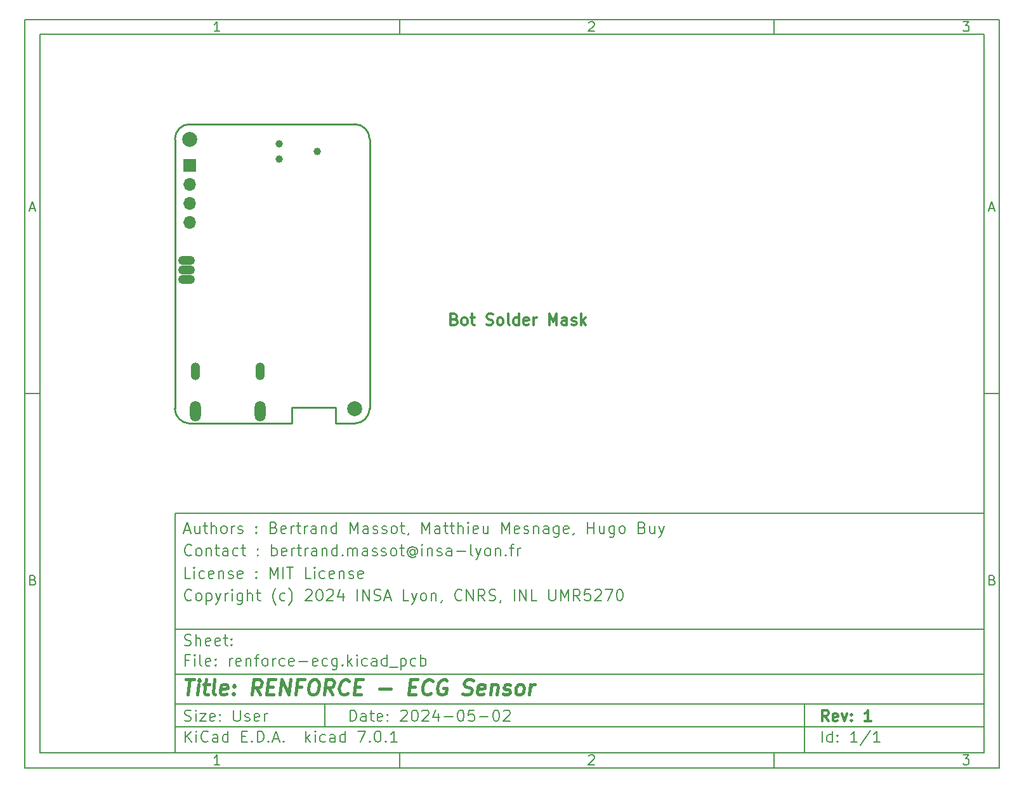
<source format=gbr>
%TF.GenerationSoftware,KiCad,Pcbnew,7.0.1*%
%TF.CreationDate,2024-08-21T14:43:31+02:00*%
%TF.ProjectId,renforce-ecg,72656e66-6f72-4636-952d-6563672e6b69,1*%
%TF.SameCoordinates,Original*%
%TF.FileFunction,Soldermask,Bot*%
%TF.FilePolarity,Negative*%
%FSLAX46Y46*%
G04 Gerber Fmt 4.6, Leading zero omitted, Abs format (unit mm)*
G04 Created by KiCad (PCBNEW 7.0.1) date 2024-08-21 14:43:31*
%MOMM*%
%LPD*%
G01*
G04 APERTURE LIST*
%ADD10C,0.100000*%
%ADD11C,0.150000*%
%ADD12C,0.300000*%
%ADD13C,0.400000*%
%ADD14O,2.236000X1.220000*%
%ADD15O,1.252400X2.352400*%
%ADD16O,1.452400X2.752400*%
%ADD17R,1.700000X1.700000*%
%ADD18O,1.700000X1.700000*%
%ADD19C,2.000000*%
%ADD20C,0.991000*%
%TA.AperFunction,Profile*%
%ADD21C,0.254000*%
%TD*%
G04 APERTURE END LIST*
D10*
D11*
X30012400Y-75989600D02*
X138012400Y-75989600D01*
X138012400Y-107989600D01*
X30012400Y-107989600D01*
X30012400Y-75989600D01*
D10*
D11*
X10000000Y-10000000D02*
X140012400Y-10000000D01*
X140012400Y-109989600D01*
X10000000Y-109989600D01*
X10000000Y-10000000D01*
D10*
D11*
X12000000Y-12000000D02*
X138012400Y-12000000D01*
X138012400Y-107989600D01*
X12000000Y-107989600D01*
X12000000Y-12000000D01*
D10*
D11*
X60000000Y-12000000D02*
X60000000Y-10000000D01*
D10*
D11*
X110000000Y-12000000D02*
X110000000Y-10000000D01*
D10*
D11*
X35990476Y-11601404D02*
X35247619Y-11601404D01*
X35619047Y-11601404D02*
X35619047Y-10301404D01*
X35619047Y-10301404D02*
X35495238Y-10487119D01*
X35495238Y-10487119D02*
X35371428Y-10610928D01*
X35371428Y-10610928D02*
X35247619Y-10672833D01*
D10*
D11*
X85247619Y-10425214D02*
X85309523Y-10363309D01*
X85309523Y-10363309D02*
X85433333Y-10301404D01*
X85433333Y-10301404D02*
X85742857Y-10301404D01*
X85742857Y-10301404D02*
X85866666Y-10363309D01*
X85866666Y-10363309D02*
X85928571Y-10425214D01*
X85928571Y-10425214D02*
X85990476Y-10549023D01*
X85990476Y-10549023D02*
X85990476Y-10672833D01*
X85990476Y-10672833D02*
X85928571Y-10858547D01*
X85928571Y-10858547D02*
X85185714Y-11601404D01*
X85185714Y-11601404D02*
X85990476Y-11601404D01*
D10*
D11*
X135185714Y-10301404D02*
X135990476Y-10301404D01*
X135990476Y-10301404D02*
X135557142Y-10796642D01*
X135557142Y-10796642D02*
X135742857Y-10796642D01*
X135742857Y-10796642D02*
X135866666Y-10858547D01*
X135866666Y-10858547D02*
X135928571Y-10920452D01*
X135928571Y-10920452D02*
X135990476Y-11044261D01*
X135990476Y-11044261D02*
X135990476Y-11353785D01*
X135990476Y-11353785D02*
X135928571Y-11477595D01*
X135928571Y-11477595D02*
X135866666Y-11539500D01*
X135866666Y-11539500D02*
X135742857Y-11601404D01*
X135742857Y-11601404D02*
X135371428Y-11601404D01*
X135371428Y-11601404D02*
X135247619Y-11539500D01*
X135247619Y-11539500D02*
X135185714Y-11477595D01*
D10*
D11*
X60000000Y-107989600D02*
X60000000Y-109989600D01*
D10*
D11*
X110000000Y-107989600D02*
X110000000Y-109989600D01*
D10*
D11*
X35990476Y-109591004D02*
X35247619Y-109591004D01*
X35619047Y-109591004D02*
X35619047Y-108291004D01*
X35619047Y-108291004D02*
X35495238Y-108476719D01*
X35495238Y-108476719D02*
X35371428Y-108600528D01*
X35371428Y-108600528D02*
X35247619Y-108662433D01*
D10*
D11*
X85247619Y-108414814D02*
X85309523Y-108352909D01*
X85309523Y-108352909D02*
X85433333Y-108291004D01*
X85433333Y-108291004D02*
X85742857Y-108291004D01*
X85742857Y-108291004D02*
X85866666Y-108352909D01*
X85866666Y-108352909D02*
X85928571Y-108414814D01*
X85928571Y-108414814D02*
X85990476Y-108538623D01*
X85990476Y-108538623D02*
X85990476Y-108662433D01*
X85990476Y-108662433D02*
X85928571Y-108848147D01*
X85928571Y-108848147D02*
X85185714Y-109591004D01*
X85185714Y-109591004D02*
X85990476Y-109591004D01*
D10*
D11*
X135185714Y-108291004D02*
X135990476Y-108291004D01*
X135990476Y-108291004D02*
X135557142Y-108786242D01*
X135557142Y-108786242D02*
X135742857Y-108786242D01*
X135742857Y-108786242D02*
X135866666Y-108848147D01*
X135866666Y-108848147D02*
X135928571Y-108910052D01*
X135928571Y-108910052D02*
X135990476Y-109033861D01*
X135990476Y-109033861D02*
X135990476Y-109343385D01*
X135990476Y-109343385D02*
X135928571Y-109467195D01*
X135928571Y-109467195D02*
X135866666Y-109529100D01*
X135866666Y-109529100D02*
X135742857Y-109591004D01*
X135742857Y-109591004D02*
X135371428Y-109591004D01*
X135371428Y-109591004D02*
X135247619Y-109529100D01*
X135247619Y-109529100D02*
X135185714Y-109467195D01*
D10*
D11*
X10000000Y-60000000D02*
X12000000Y-60000000D01*
D10*
D11*
X10690476Y-35229976D02*
X11309523Y-35229976D01*
X10566666Y-35601404D02*
X10999999Y-34301404D01*
X10999999Y-34301404D02*
X11433333Y-35601404D01*
D10*
D11*
X11092857Y-84920452D02*
X11278571Y-84982357D01*
X11278571Y-84982357D02*
X11340476Y-85044261D01*
X11340476Y-85044261D02*
X11402380Y-85168071D01*
X11402380Y-85168071D02*
X11402380Y-85353785D01*
X11402380Y-85353785D02*
X11340476Y-85477595D01*
X11340476Y-85477595D02*
X11278571Y-85539500D01*
X11278571Y-85539500D02*
X11154761Y-85601404D01*
X11154761Y-85601404D02*
X10659523Y-85601404D01*
X10659523Y-85601404D02*
X10659523Y-84301404D01*
X10659523Y-84301404D02*
X11092857Y-84301404D01*
X11092857Y-84301404D02*
X11216666Y-84363309D01*
X11216666Y-84363309D02*
X11278571Y-84425214D01*
X11278571Y-84425214D02*
X11340476Y-84549023D01*
X11340476Y-84549023D02*
X11340476Y-84672833D01*
X11340476Y-84672833D02*
X11278571Y-84796642D01*
X11278571Y-84796642D02*
X11216666Y-84858547D01*
X11216666Y-84858547D02*
X11092857Y-84920452D01*
X11092857Y-84920452D02*
X10659523Y-84920452D01*
D10*
D11*
X140012400Y-60000000D02*
X138012400Y-60000000D01*
D10*
D11*
X138702876Y-35229976D02*
X139321923Y-35229976D01*
X138579066Y-35601404D02*
X139012399Y-34301404D01*
X139012399Y-34301404D02*
X139445733Y-35601404D01*
D10*
D11*
X139105257Y-84920452D02*
X139290971Y-84982357D01*
X139290971Y-84982357D02*
X139352876Y-85044261D01*
X139352876Y-85044261D02*
X139414780Y-85168071D01*
X139414780Y-85168071D02*
X139414780Y-85353785D01*
X139414780Y-85353785D02*
X139352876Y-85477595D01*
X139352876Y-85477595D02*
X139290971Y-85539500D01*
X139290971Y-85539500D02*
X139167161Y-85601404D01*
X139167161Y-85601404D02*
X138671923Y-85601404D01*
X138671923Y-85601404D02*
X138671923Y-84301404D01*
X138671923Y-84301404D02*
X139105257Y-84301404D01*
X139105257Y-84301404D02*
X139229066Y-84363309D01*
X139229066Y-84363309D02*
X139290971Y-84425214D01*
X139290971Y-84425214D02*
X139352876Y-84549023D01*
X139352876Y-84549023D02*
X139352876Y-84672833D01*
X139352876Y-84672833D02*
X139290971Y-84796642D01*
X139290971Y-84796642D02*
X139229066Y-84858547D01*
X139229066Y-84858547D02*
X139105257Y-84920452D01*
X139105257Y-84920452D02*
X138671923Y-84920452D01*
D10*
D11*
X53369542Y-103783528D02*
X53369542Y-102283528D01*
X53369542Y-102283528D02*
X53726685Y-102283528D01*
X53726685Y-102283528D02*
X53940971Y-102354957D01*
X53940971Y-102354957D02*
X54083828Y-102497814D01*
X54083828Y-102497814D02*
X54155257Y-102640671D01*
X54155257Y-102640671D02*
X54226685Y-102926385D01*
X54226685Y-102926385D02*
X54226685Y-103140671D01*
X54226685Y-103140671D02*
X54155257Y-103426385D01*
X54155257Y-103426385D02*
X54083828Y-103569242D01*
X54083828Y-103569242D02*
X53940971Y-103712100D01*
X53940971Y-103712100D02*
X53726685Y-103783528D01*
X53726685Y-103783528D02*
X53369542Y-103783528D01*
X55512400Y-103783528D02*
X55512400Y-102997814D01*
X55512400Y-102997814D02*
X55440971Y-102854957D01*
X55440971Y-102854957D02*
X55298114Y-102783528D01*
X55298114Y-102783528D02*
X55012400Y-102783528D01*
X55012400Y-102783528D02*
X54869542Y-102854957D01*
X55512400Y-103712100D02*
X55369542Y-103783528D01*
X55369542Y-103783528D02*
X55012400Y-103783528D01*
X55012400Y-103783528D02*
X54869542Y-103712100D01*
X54869542Y-103712100D02*
X54798114Y-103569242D01*
X54798114Y-103569242D02*
X54798114Y-103426385D01*
X54798114Y-103426385D02*
X54869542Y-103283528D01*
X54869542Y-103283528D02*
X55012400Y-103212100D01*
X55012400Y-103212100D02*
X55369542Y-103212100D01*
X55369542Y-103212100D02*
X55512400Y-103140671D01*
X56012400Y-102783528D02*
X56583828Y-102783528D01*
X56226685Y-102283528D02*
X56226685Y-103569242D01*
X56226685Y-103569242D02*
X56298114Y-103712100D01*
X56298114Y-103712100D02*
X56440971Y-103783528D01*
X56440971Y-103783528D02*
X56583828Y-103783528D01*
X57655257Y-103712100D02*
X57512400Y-103783528D01*
X57512400Y-103783528D02*
X57226686Y-103783528D01*
X57226686Y-103783528D02*
X57083828Y-103712100D01*
X57083828Y-103712100D02*
X57012400Y-103569242D01*
X57012400Y-103569242D02*
X57012400Y-102997814D01*
X57012400Y-102997814D02*
X57083828Y-102854957D01*
X57083828Y-102854957D02*
X57226686Y-102783528D01*
X57226686Y-102783528D02*
X57512400Y-102783528D01*
X57512400Y-102783528D02*
X57655257Y-102854957D01*
X57655257Y-102854957D02*
X57726686Y-102997814D01*
X57726686Y-102997814D02*
X57726686Y-103140671D01*
X57726686Y-103140671D02*
X57012400Y-103283528D01*
X58369542Y-103640671D02*
X58440971Y-103712100D01*
X58440971Y-103712100D02*
X58369542Y-103783528D01*
X58369542Y-103783528D02*
X58298114Y-103712100D01*
X58298114Y-103712100D02*
X58369542Y-103640671D01*
X58369542Y-103640671D02*
X58369542Y-103783528D01*
X58369542Y-102854957D02*
X58440971Y-102926385D01*
X58440971Y-102926385D02*
X58369542Y-102997814D01*
X58369542Y-102997814D02*
X58298114Y-102926385D01*
X58298114Y-102926385D02*
X58369542Y-102854957D01*
X58369542Y-102854957D02*
X58369542Y-102997814D01*
X60155257Y-102426385D02*
X60226685Y-102354957D01*
X60226685Y-102354957D02*
X60369543Y-102283528D01*
X60369543Y-102283528D02*
X60726685Y-102283528D01*
X60726685Y-102283528D02*
X60869543Y-102354957D01*
X60869543Y-102354957D02*
X60940971Y-102426385D01*
X60940971Y-102426385D02*
X61012400Y-102569242D01*
X61012400Y-102569242D02*
X61012400Y-102712100D01*
X61012400Y-102712100D02*
X60940971Y-102926385D01*
X60940971Y-102926385D02*
X60083828Y-103783528D01*
X60083828Y-103783528D02*
X61012400Y-103783528D01*
X61940971Y-102283528D02*
X62083828Y-102283528D01*
X62083828Y-102283528D02*
X62226685Y-102354957D01*
X62226685Y-102354957D02*
X62298114Y-102426385D01*
X62298114Y-102426385D02*
X62369542Y-102569242D01*
X62369542Y-102569242D02*
X62440971Y-102854957D01*
X62440971Y-102854957D02*
X62440971Y-103212100D01*
X62440971Y-103212100D02*
X62369542Y-103497814D01*
X62369542Y-103497814D02*
X62298114Y-103640671D01*
X62298114Y-103640671D02*
X62226685Y-103712100D01*
X62226685Y-103712100D02*
X62083828Y-103783528D01*
X62083828Y-103783528D02*
X61940971Y-103783528D01*
X61940971Y-103783528D02*
X61798114Y-103712100D01*
X61798114Y-103712100D02*
X61726685Y-103640671D01*
X61726685Y-103640671D02*
X61655256Y-103497814D01*
X61655256Y-103497814D02*
X61583828Y-103212100D01*
X61583828Y-103212100D02*
X61583828Y-102854957D01*
X61583828Y-102854957D02*
X61655256Y-102569242D01*
X61655256Y-102569242D02*
X61726685Y-102426385D01*
X61726685Y-102426385D02*
X61798114Y-102354957D01*
X61798114Y-102354957D02*
X61940971Y-102283528D01*
X63012399Y-102426385D02*
X63083827Y-102354957D01*
X63083827Y-102354957D02*
X63226685Y-102283528D01*
X63226685Y-102283528D02*
X63583827Y-102283528D01*
X63583827Y-102283528D02*
X63726685Y-102354957D01*
X63726685Y-102354957D02*
X63798113Y-102426385D01*
X63798113Y-102426385D02*
X63869542Y-102569242D01*
X63869542Y-102569242D02*
X63869542Y-102712100D01*
X63869542Y-102712100D02*
X63798113Y-102926385D01*
X63798113Y-102926385D02*
X62940970Y-103783528D01*
X62940970Y-103783528D02*
X63869542Y-103783528D01*
X65155256Y-102783528D02*
X65155256Y-103783528D01*
X64798113Y-102212100D02*
X64440970Y-103283528D01*
X64440970Y-103283528D02*
X65369541Y-103283528D01*
X65940969Y-103212100D02*
X67083827Y-103212100D01*
X68083827Y-102283528D02*
X68226684Y-102283528D01*
X68226684Y-102283528D02*
X68369541Y-102354957D01*
X68369541Y-102354957D02*
X68440970Y-102426385D01*
X68440970Y-102426385D02*
X68512398Y-102569242D01*
X68512398Y-102569242D02*
X68583827Y-102854957D01*
X68583827Y-102854957D02*
X68583827Y-103212100D01*
X68583827Y-103212100D02*
X68512398Y-103497814D01*
X68512398Y-103497814D02*
X68440970Y-103640671D01*
X68440970Y-103640671D02*
X68369541Y-103712100D01*
X68369541Y-103712100D02*
X68226684Y-103783528D01*
X68226684Y-103783528D02*
X68083827Y-103783528D01*
X68083827Y-103783528D02*
X67940970Y-103712100D01*
X67940970Y-103712100D02*
X67869541Y-103640671D01*
X67869541Y-103640671D02*
X67798112Y-103497814D01*
X67798112Y-103497814D02*
X67726684Y-103212100D01*
X67726684Y-103212100D02*
X67726684Y-102854957D01*
X67726684Y-102854957D02*
X67798112Y-102569242D01*
X67798112Y-102569242D02*
X67869541Y-102426385D01*
X67869541Y-102426385D02*
X67940970Y-102354957D01*
X67940970Y-102354957D02*
X68083827Y-102283528D01*
X69940969Y-102283528D02*
X69226683Y-102283528D01*
X69226683Y-102283528D02*
X69155255Y-102997814D01*
X69155255Y-102997814D02*
X69226683Y-102926385D01*
X69226683Y-102926385D02*
X69369541Y-102854957D01*
X69369541Y-102854957D02*
X69726683Y-102854957D01*
X69726683Y-102854957D02*
X69869541Y-102926385D01*
X69869541Y-102926385D02*
X69940969Y-102997814D01*
X69940969Y-102997814D02*
X70012398Y-103140671D01*
X70012398Y-103140671D02*
X70012398Y-103497814D01*
X70012398Y-103497814D02*
X69940969Y-103640671D01*
X69940969Y-103640671D02*
X69869541Y-103712100D01*
X69869541Y-103712100D02*
X69726683Y-103783528D01*
X69726683Y-103783528D02*
X69369541Y-103783528D01*
X69369541Y-103783528D02*
X69226683Y-103712100D01*
X69226683Y-103712100D02*
X69155255Y-103640671D01*
X70655254Y-103212100D02*
X71798112Y-103212100D01*
X72798112Y-102283528D02*
X72940969Y-102283528D01*
X72940969Y-102283528D02*
X73083826Y-102354957D01*
X73083826Y-102354957D02*
X73155255Y-102426385D01*
X73155255Y-102426385D02*
X73226683Y-102569242D01*
X73226683Y-102569242D02*
X73298112Y-102854957D01*
X73298112Y-102854957D02*
X73298112Y-103212100D01*
X73298112Y-103212100D02*
X73226683Y-103497814D01*
X73226683Y-103497814D02*
X73155255Y-103640671D01*
X73155255Y-103640671D02*
X73083826Y-103712100D01*
X73083826Y-103712100D02*
X72940969Y-103783528D01*
X72940969Y-103783528D02*
X72798112Y-103783528D01*
X72798112Y-103783528D02*
X72655255Y-103712100D01*
X72655255Y-103712100D02*
X72583826Y-103640671D01*
X72583826Y-103640671D02*
X72512397Y-103497814D01*
X72512397Y-103497814D02*
X72440969Y-103212100D01*
X72440969Y-103212100D02*
X72440969Y-102854957D01*
X72440969Y-102854957D02*
X72512397Y-102569242D01*
X72512397Y-102569242D02*
X72583826Y-102426385D01*
X72583826Y-102426385D02*
X72655255Y-102354957D01*
X72655255Y-102354957D02*
X72798112Y-102283528D01*
X73869540Y-102426385D02*
X73940968Y-102354957D01*
X73940968Y-102354957D02*
X74083826Y-102283528D01*
X74083826Y-102283528D02*
X74440968Y-102283528D01*
X74440968Y-102283528D02*
X74583826Y-102354957D01*
X74583826Y-102354957D02*
X74655254Y-102426385D01*
X74655254Y-102426385D02*
X74726683Y-102569242D01*
X74726683Y-102569242D02*
X74726683Y-102712100D01*
X74726683Y-102712100D02*
X74655254Y-102926385D01*
X74655254Y-102926385D02*
X73798111Y-103783528D01*
X73798111Y-103783528D02*
X74726683Y-103783528D01*
D10*
D11*
X30012400Y-104489600D02*
X138012400Y-104489600D01*
D10*
D11*
X31369542Y-106583528D02*
X31369542Y-105083528D01*
X32226685Y-106583528D02*
X31583828Y-105726385D01*
X32226685Y-105083528D02*
X31369542Y-105940671D01*
X32869542Y-106583528D02*
X32869542Y-105583528D01*
X32869542Y-105083528D02*
X32798114Y-105154957D01*
X32798114Y-105154957D02*
X32869542Y-105226385D01*
X32869542Y-105226385D02*
X32940971Y-105154957D01*
X32940971Y-105154957D02*
X32869542Y-105083528D01*
X32869542Y-105083528D02*
X32869542Y-105226385D01*
X34440971Y-106440671D02*
X34369543Y-106512100D01*
X34369543Y-106512100D02*
X34155257Y-106583528D01*
X34155257Y-106583528D02*
X34012400Y-106583528D01*
X34012400Y-106583528D02*
X33798114Y-106512100D01*
X33798114Y-106512100D02*
X33655257Y-106369242D01*
X33655257Y-106369242D02*
X33583828Y-106226385D01*
X33583828Y-106226385D02*
X33512400Y-105940671D01*
X33512400Y-105940671D02*
X33512400Y-105726385D01*
X33512400Y-105726385D02*
X33583828Y-105440671D01*
X33583828Y-105440671D02*
X33655257Y-105297814D01*
X33655257Y-105297814D02*
X33798114Y-105154957D01*
X33798114Y-105154957D02*
X34012400Y-105083528D01*
X34012400Y-105083528D02*
X34155257Y-105083528D01*
X34155257Y-105083528D02*
X34369543Y-105154957D01*
X34369543Y-105154957D02*
X34440971Y-105226385D01*
X35726686Y-106583528D02*
X35726686Y-105797814D01*
X35726686Y-105797814D02*
X35655257Y-105654957D01*
X35655257Y-105654957D02*
X35512400Y-105583528D01*
X35512400Y-105583528D02*
X35226686Y-105583528D01*
X35226686Y-105583528D02*
X35083828Y-105654957D01*
X35726686Y-106512100D02*
X35583828Y-106583528D01*
X35583828Y-106583528D02*
X35226686Y-106583528D01*
X35226686Y-106583528D02*
X35083828Y-106512100D01*
X35083828Y-106512100D02*
X35012400Y-106369242D01*
X35012400Y-106369242D02*
X35012400Y-106226385D01*
X35012400Y-106226385D02*
X35083828Y-106083528D01*
X35083828Y-106083528D02*
X35226686Y-106012100D01*
X35226686Y-106012100D02*
X35583828Y-106012100D01*
X35583828Y-106012100D02*
X35726686Y-105940671D01*
X37083829Y-106583528D02*
X37083829Y-105083528D01*
X37083829Y-106512100D02*
X36940971Y-106583528D01*
X36940971Y-106583528D02*
X36655257Y-106583528D01*
X36655257Y-106583528D02*
X36512400Y-106512100D01*
X36512400Y-106512100D02*
X36440971Y-106440671D01*
X36440971Y-106440671D02*
X36369543Y-106297814D01*
X36369543Y-106297814D02*
X36369543Y-105869242D01*
X36369543Y-105869242D02*
X36440971Y-105726385D01*
X36440971Y-105726385D02*
X36512400Y-105654957D01*
X36512400Y-105654957D02*
X36655257Y-105583528D01*
X36655257Y-105583528D02*
X36940971Y-105583528D01*
X36940971Y-105583528D02*
X37083829Y-105654957D01*
X38940971Y-105797814D02*
X39440971Y-105797814D01*
X39655257Y-106583528D02*
X38940971Y-106583528D01*
X38940971Y-106583528D02*
X38940971Y-105083528D01*
X38940971Y-105083528D02*
X39655257Y-105083528D01*
X40298114Y-106440671D02*
X40369543Y-106512100D01*
X40369543Y-106512100D02*
X40298114Y-106583528D01*
X40298114Y-106583528D02*
X40226686Y-106512100D01*
X40226686Y-106512100D02*
X40298114Y-106440671D01*
X40298114Y-106440671D02*
X40298114Y-106583528D01*
X41012400Y-106583528D02*
X41012400Y-105083528D01*
X41012400Y-105083528D02*
X41369543Y-105083528D01*
X41369543Y-105083528D02*
X41583829Y-105154957D01*
X41583829Y-105154957D02*
X41726686Y-105297814D01*
X41726686Y-105297814D02*
X41798115Y-105440671D01*
X41798115Y-105440671D02*
X41869543Y-105726385D01*
X41869543Y-105726385D02*
X41869543Y-105940671D01*
X41869543Y-105940671D02*
X41798115Y-106226385D01*
X41798115Y-106226385D02*
X41726686Y-106369242D01*
X41726686Y-106369242D02*
X41583829Y-106512100D01*
X41583829Y-106512100D02*
X41369543Y-106583528D01*
X41369543Y-106583528D02*
X41012400Y-106583528D01*
X42512400Y-106440671D02*
X42583829Y-106512100D01*
X42583829Y-106512100D02*
X42512400Y-106583528D01*
X42512400Y-106583528D02*
X42440972Y-106512100D01*
X42440972Y-106512100D02*
X42512400Y-106440671D01*
X42512400Y-106440671D02*
X42512400Y-106583528D01*
X43155258Y-106154957D02*
X43869544Y-106154957D01*
X43012401Y-106583528D02*
X43512401Y-105083528D01*
X43512401Y-105083528D02*
X44012401Y-106583528D01*
X44512400Y-106440671D02*
X44583829Y-106512100D01*
X44583829Y-106512100D02*
X44512400Y-106583528D01*
X44512400Y-106583528D02*
X44440972Y-106512100D01*
X44440972Y-106512100D02*
X44512400Y-106440671D01*
X44512400Y-106440671D02*
X44512400Y-106583528D01*
X47512400Y-106583528D02*
X47512400Y-105083528D01*
X47655258Y-106012100D02*
X48083829Y-106583528D01*
X48083829Y-105583528D02*
X47512400Y-106154957D01*
X48726686Y-106583528D02*
X48726686Y-105583528D01*
X48726686Y-105083528D02*
X48655258Y-105154957D01*
X48655258Y-105154957D02*
X48726686Y-105226385D01*
X48726686Y-105226385D02*
X48798115Y-105154957D01*
X48798115Y-105154957D02*
X48726686Y-105083528D01*
X48726686Y-105083528D02*
X48726686Y-105226385D01*
X50083830Y-106512100D02*
X49940972Y-106583528D01*
X49940972Y-106583528D02*
X49655258Y-106583528D01*
X49655258Y-106583528D02*
X49512401Y-106512100D01*
X49512401Y-106512100D02*
X49440972Y-106440671D01*
X49440972Y-106440671D02*
X49369544Y-106297814D01*
X49369544Y-106297814D02*
X49369544Y-105869242D01*
X49369544Y-105869242D02*
X49440972Y-105726385D01*
X49440972Y-105726385D02*
X49512401Y-105654957D01*
X49512401Y-105654957D02*
X49655258Y-105583528D01*
X49655258Y-105583528D02*
X49940972Y-105583528D01*
X49940972Y-105583528D02*
X50083830Y-105654957D01*
X51369544Y-106583528D02*
X51369544Y-105797814D01*
X51369544Y-105797814D02*
X51298115Y-105654957D01*
X51298115Y-105654957D02*
X51155258Y-105583528D01*
X51155258Y-105583528D02*
X50869544Y-105583528D01*
X50869544Y-105583528D02*
X50726686Y-105654957D01*
X51369544Y-106512100D02*
X51226686Y-106583528D01*
X51226686Y-106583528D02*
X50869544Y-106583528D01*
X50869544Y-106583528D02*
X50726686Y-106512100D01*
X50726686Y-106512100D02*
X50655258Y-106369242D01*
X50655258Y-106369242D02*
X50655258Y-106226385D01*
X50655258Y-106226385D02*
X50726686Y-106083528D01*
X50726686Y-106083528D02*
X50869544Y-106012100D01*
X50869544Y-106012100D02*
X51226686Y-106012100D01*
X51226686Y-106012100D02*
X51369544Y-105940671D01*
X52726687Y-106583528D02*
X52726687Y-105083528D01*
X52726687Y-106512100D02*
X52583829Y-106583528D01*
X52583829Y-106583528D02*
X52298115Y-106583528D01*
X52298115Y-106583528D02*
X52155258Y-106512100D01*
X52155258Y-106512100D02*
X52083829Y-106440671D01*
X52083829Y-106440671D02*
X52012401Y-106297814D01*
X52012401Y-106297814D02*
X52012401Y-105869242D01*
X52012401Y-105869242D02*
X52083829Y-105726385D01*
X52083829Y-105726385D02*
X52155258Y-105654957D01*
X52155258Y-105654957D02*
X52298115Y-105583528D01*
X52298115Y-105583528D02*
X52583829Y-105583528D01*
X52583829Y-105583528D02*
X52726687Y-105654957D01*
X54440972Y-105083528D02*
X55440972Y-105083528D01*
X55440972Y-105083528D02*
X54798115Y-106583528D01*
X56012400Y-106440671D02*
X56083829Y-106512100D01*
X56083829Y-106512100D02*
X56012400Y-106583528D01*
X56012400Y-106583528D02*
X55940972Y-106512100D01*
X55940972Y-106512100D02*
X56012400Y-106440671D01*
X56012400Y-106440671D02*
X56012400Y-106583528D01*
X57012401Y-105083528D02*
X57155258Y-105083528D01*
X57155258Y-105083528D02*
X57298115Y-105154957D01*
X57298115Y-105154957D02*
X57369544Y-105226385D01*
X57369544Y-105226385D02*
X57440972Y-105369242D01*
X57440972Y-105369242D02*
X57512401Y-105654957D01*
X57512401Y-105654957D02*
X57512401Y-106012100D01*
X57512401Y-106012100D02*
X57440972Y-106297814D01*
X57440972Y-106297814D02*
X57369544Y-106440671D01*
X57369544Y-106440671D02*
X57298115Y-106512100D01*
X57298115Y-106512100D02*
X57155258Y-106583528D01*
X57155258Y-106583528D02*
X57012401Y-106583528D01*
X57012401Y-106583528D02*
X56869544Y-106512100D01*
X56869544Y-106512100D02*
X56798115Y-106440671D01*
X56798115Y-106440671D02*
X56726686Y-106297814D01*
X56726686Y-106297814D02*
X56655258Y-106012100D01*
X56655258Y-106012100D02*
X56655258Y-105654957D01*
X56655258Y-105654957D02*
X56726686Y-105369242D01*
X56726686Y-105369242D02*
X56798115Y-105226385D01*
X56798115Y-105226385D02*
X56869544Y-105154957D01*
X56869544Y-105154957D02*
X57012401Y-105083528D01*
X58155257Y-106440671D02*
X58226686Y-106512100D01*
X58226686Y-106512100D02*
X58155257Y-106583528D01*
X58155257Y-106583528D02*
X58083829Y-106512100D01*
X58083829Y-106512100D02*
X58155257Y-106440671D01*
X58155257Y-106440671D02*
X58155257Y-106583528D01*
X59655258Y-106583528D02*
X58798115Y-106583528D01*
X59226686Y-106583528D02*
X59226686Y-105083528D01*
X59226686Y-105083528D02*
X59083829Y-105297814D01*
X59083829Y-105297814D02*
X58940972Y-105440671D01*
X58940972Y-105440671D02*
X58798115Y-105512100D01*
D10*
D11*
X30012400Y-101489600D02*
X138012400Y-101489600D01*
D10*
D12*
X117226685Y-103783528D02*
X116726685Y-103069242D01*
X116369542Y-103783528D02*
X116369542Y-102283528D01*
X116369542Y-102283528D02*
X116940971Y-102283528D01*
X116940971Y-102283528D02*
X117083828Y-102354957D01*
X117083828Y-102354957D02*
X117155257Y-102426385D01*
X117155257Y-102426385D02*
X117226685Y-102569242D01*
X117226685Y-102569242D02*
X117226685Y-102783528D01*
X117226685Y-102783528D02*
X117155257Y-102926385D01*
X117155257Y-102926385D02*
X117083828Y-102997814D01*
X117083828Y-102997814D02*
X116940971Y-103069242D01*
X116940971Y-103069242D02*
X116369542Y-103069242D01*
X118440971Y-103712100D02*
X118298114Y-103783528D01*
X118298114Y-103783528D02*
X118012400Y-103783528D01*
X118012400Y-103783528D02*
X117869542Y-103712100D01*
X117869542Y-103712100D02*
X117798114Y-103569242D01*
X117798114Y-103569242D02*
X117798114Y-102997814D01*
X117798114Y-102997814D02*
X117869542Y-102854957D01*
X117869542Y-102854957D02*
X118012400Y-102783528D01*
X118012400Y-102783528D02*
X118298114Y-102783528D01*
X118298114Y-102783528D02*
X118440971Y-102854957D01*
X118440971Y-102854957D02*
X118512400Y-102997814D01*
X118512400Y-102997814D02*
X118512400Y-103140671D01*
X118512400Y-103140671D02*
X117798114Y-103283528D01*
X119012399Y-102783528D02*
X119369542Y-103783528D01*
X119369542Y-103783528D02*
X119726685Y-102783528D01*
X120298113Y-103640671D02*
X120369542Y-103712100D01*
X120369542Y-103712100D02*
X120298113Y-103783528D01*
X120298113Y-103783528D02*
X120226685Y-103712100D01*
X120226685Y-103712100D02*
X120298113Y-103640671D01*
X120298113Y-103640671D02*
X120298113Y-103783528D01*
X120298113Y-102854957D02*
X120369542Y-102926385D01*
X120369542Y-102926385D02*
X120298113Y-102997814D01*
X120298113Y-102997814D02*
X120226685Y-102926385D01*
X120226685Y-102926385D02*
X120298113Y-102854957D01*
X120298113Y-102854957D02*
X120298113Y-102997814D01*
X122940971Y-103783528D02*
X122083828Y-103783528D01*
X122512399Y-103783528D02*
X122512399Y-102283528D01*
X122512399Y-102283528D02*
X122369542Y-102497814D01*
X122369542Y-102497814D02*
X122226685Y-102640671D01*
X122226685Y-102640671D02*
X122083828Y-102712100D01*
D10*
D11*
X31298114Y-103712100D02*
X31512400Y-103783528D01*
X31512400Y-103783528D02*
X31869542Y-103783528D01*
X31869542Y-103783528D02*
X32012400Y-103712100D01*
X32012400Y-103712100D02*
X32083828Y-103640671D01*
X32083828Y-103640671D02*
X32155257Y-103497814D01*
X32155257Y-103497814D02*
X32155257Y-103354957D01*
X32155257Y-103354957D02*
X32083828Y-103212100D01*
X32083828Y-103212100D02*
X32012400Y-103140671D01*
X32012400Y-103140671D02*
X31869542Y-103069242D01*
X31869542Y-103069242D02*
X31583828Y-102997814D01*
X31583828Y-102997814D02*
X31440971Y-102926385D01*
X31440971Y-102926385D02*
X31369542Y-102854957D01*
X31369542Y-102854957D02*
X31298114Y-102712100D01*
X31298114Y-102712100D02*
X31298114Y-102569242D01*
X31298114Y-102569242D02*
X31369542Y-102426385D01*
X31369542Y-102426385D02*
X31440971Y-102354957D01*
X31440971Y-102354957D02*
X31583828Y-102283528D01*
X31583828Y-102283528D02*
X31940971Y-102283528D01*
X31940971Y-102283528D02*
X32155257Y-102354957D01*
X32798113Y-103783528D02*
X32798113Y-102783528D01*
X32798113Y-102283528D02*
X32726685Y-102354957D01*
X32726685Y-102354957D02*
X32798113Y-102426385D01*
X32798113Y-102426385D02*
X32869542Y-102354957D01*
X32869542Y-102354957D02*
X32798113Y-102283528D01*
X32798113Y-102283528D02*
X32798113Y-102426385D01*
X33369542Y-102783528D02*
X34155257Y-102783528D01*
X34155257Y-102783528D02*
X33369542Y-103783528D01*
X33369542Y-103783528D02*
X34155257Y-103783528D01*
X35298114Y-103712100D02*
X35155257Y-103783528D01*
X35155257Y-103783528D02*
X34869543Y-103783528D01*
X34869543Y-103783528D02*
X34726685Y-103712100D01*
X34726685Y-103712100D02*
X34655257Y-103569242D01*
X34655257Y-103569242D02*
X34655257Y-102997814D01*
X34655257Y-102997814D02*
X34726685Y-102854957D01*
X34726685Y-102854957D02*
X34869543Y-102783528D01*
X34869543Y-102783528D02*
X35155257Y-102783528D01*
X35155257Y-102783528D02*
X35298114Y-102854957D01*
X35298114Y-102854957D02*
X35369543Y-102997814D01*
X35369543Y-102997814D02*
X35369543Y-103140671D01*
X35369543Y-103140671D02*
X34655257Y-103283528D01*
X36012399Y-103640671D02*
X36083828Y-103712100D01*
X36083828Y-103712100D02*
X36012399Y-103783528D01*
X36012399Y-103783528D02*
X35940971Y-103712100D01*
X35940971Y-103712100D02*
X36012399Y-103640671D01*
X36012399Y-103640671D02*
X36012399Y-103783528D01*
X36012399Y-102854957D02*
X36083828Y-102926385D01*
X36083828Y-102926385D02*
X36012399Y-102997814D01*
X36012399Y-102997814D02*
X35940971Y-102926385D01*
X35940971Y-102926385D02*
X36012399Y-102854957D01*
X36012399Y-102854957D02*
X36012399Y-102997814D01*
X37869542Y-102283528D02*
X37869542Y-103497814D01*
X37869542Y-103497814D02*
X37940971Y-103640671D01*
X37940971Y-103640671D02*
X38012400Y-103712100D01*
X38012400Y-103712100D02*
X38155257Y-103783528D01*
X38155257Y-103783528D02*
X38440971Y-103783528D01*
X38440971Y-103783528D02*
X38583828Y-103712100D01*
X38583828Y-103712100D02*
X38655257Y-103640671D01*
X38655257Y-103640671D02*
X38726685Y-103497814D01*
X38726685Y-103497814D02*
X38726685Y-102283528D01*
X39369543Y-103712100D02*
X39512400Y-103783528D01*
X39512400Y-103783528D02*
X39798114Y-103783528D01*
X39798114Y-103783528D02*
X39940971Y-103712100D01*
X39940971Y-103712100D02*
X40012400Y-103569242D01*
X40012400Y-103569242D02*
X40012400Y-103497814D01*
X40012400Y-103497814D02*
X39940971Y-103354957D01*
X39940971Y-103354957D02*
X39798114Y-103283528D01*
X39798114Y-103283528D02*
X39583829Y-103283528D01*
X39583829Y-103283528D02*
X39440971Y-103212100D01*
X39440971Y-103212100D02*
X39369543Y-103069242D01*
X39369543Y-103069242D02*
X39369543Y-102997814D01*
X39369543Y-102997814D02*
X39440971Y-102854957D01*
X39440971Y-102854957D02*
X39583829Y-102783528D01*
X39583829Y-102783528D02*
X39798114Y-102783528D01*
X39798114Y-102783528D02*
X39940971Y-102854957D01*
X41226686Y-103712100D02*
X41083829Y-103783528D01*
X41083829Y-103783528D02*
X40798115Y-103783528D01*
X40798115Y-103783528D02*
X40655257Y-103712100D01*
X40655257Y-103712100D02*
X40583829Y-103569242D01*
X40583829Y-103569242D02*
X40583829Y-102997814D01*
X40583829Y-102997814D02*
X40655257Y-102854957D01*
X40655257Y-102854957D02*
X40798115Y-102783528D01*
X40798115Y-102783528D02*
X41083829Y-102783528D01*
X41083829Y-102783528D02*
X41226686Y-102854957D01*
X41226686Y-102854957D02*
X41298115Y-102997814D01*
X41298115Y-102997814D02*
X41298115Y-103140671D01*
X41298115Y-103140671D02*
X40583829Y-103283528D01*
X41940971Y-103783528D02*
X41940971Y-102783528D01*
X41940971Y-103069242D02*
X42012400Y-102926385D01*
X42012400Y-102926385D02*
X42083829Y-102854957D01*
X42083829Y-102854957D02*
X42226686Y-102783528D01*
X42226686Y-102783528D02*
X42369543Y-102783528D01*
D10*
D11*
X116369542Y-106583528D02*
X116369542Y-105083528D01*
X117726686Y-106583528D02*
X117726686Y-105083528D01*
X117726686Y-106512100D02*
X117583828Y-106583528D01*
X117583828Y-106583528D02*
X117298114Y-106583528D01*
X117298114Y-106583528D02*
X117155257Y-106512100D01*
X117155257Y-106512100D02*
X117083828Y-106440671D01*
X117083828Y-106440671D02*
X117012400Y-106297814D01*
X117012400Y-106297814D02*
X117012400Y-105869242D01*
X117012400Y-105869242D02*
X117083828Y-105726385D01*
X117083828Y-105726385D02*
X117155257Y-105654957D01*
X117155257Y-105654957D02*
X117298114Y-105583528D01*
X117298114Y-105583528D02*
X117583828Y-105583528D01*
X117583828Y-105583528D02*
X117726686Y-105654957D01*
X118440971Y-106440671D02*
X118512400Y-106512100D01*
X118512400Y-106512100D02*
X118440971Y-106583528D01*
X118440971Y-106583528D02*
X118369543Y-106512100D01*
X118369543Y-106512100D02*
X118440971Y-106440671D01*
X118440971Y-106440671D02*
X118440971Y-106583528D01*
X118440971Y-105654957D02*
X118512400Y-105726385D01*
X118512400Y-105726385D02*
X118440971Y-105797814D01*
X118440971Y-105797814D02*
X118369543Y-105726385D01*
X118369543Y-105726385D02*
X118440971Y-105654957D01*
X118440971Y-105654957D02*
X118440971Y-105797814D01*
X121083829Y-106583528D02*
X120226686Y-106583528D01*
X120655257Y-106583528D02*
X120655257Y-105083528D01*
X120655257Y-105083528D02*
X120512400Y-105297814D01*
X120512400Y-105297814D02*
X120369543Y-105440671D01*
X120369543Y-105440671D02*
X120226686Y-105512100D01*
X122798114Y-105012100D02*
X121512400Y-106940671D01*
X124083829Y-106583528D02*
X123226686Y-106583528D01*
X123655257Y-106583528D02*
X123655257Y-105083528D01*
X123655257Y-105083528D02*
X123512400Y-105297814D01*
X123512400Y-105297814D02*
X123369543Y-105440671D01*
X123369543Y-105440671D02*
X123226686Y-105512100D01*
D10*
D11*
X30012400Y-97489600D02*
X138012400Y-97489600D01*
D10*
D13*
X31440971Y-98214838D02*
X32583828Y-98214838D01*
X31762400Y-100214838D02*
X32012400Y-98214838D01*
X32988590Y-100214838D02*
X33155257Y-98881504D01*
X33238590Y-98214838D02*
X33131447Y-98310076D01*
X33131447Y-98310076D02*
X33214781Y-98405314D01*
X33214781Y-98405314D02*
X33321924Y-98310076D01*
X33321924Y-98310076D02*
X33238590Y-98214838D01*
X33238590Y-98214838D02*
X33214781Y-98405314D01*
X33810019Y-98881504D02*
X34571923Y-98881504D01*
X34179066Y-98214838D02*
X33964781Y-99929123D01*
X33964781Y-99929123D02*
X34036209Y-100119600D01*
X34036209Y-100119600D02*
X34214781Y-100214838D01*
X34214781Y-100214838D02*
X34405257Y-100214838D01*
X35345733Y-100214838D02*
X35167161Y-100119600D01*
X35167161Y-100119600D02*
X35095733Y-99929123D01*
X35095733Y-99929123D02*
X35310018Y-98214838D01*
X36869542Y-100119600D02*
X36667161Y-100214838D01*
X36667161Y-100214838D02*
X36286208Y-100214838D01*
X36286208Y-100214838D02*
X36107637Y-100119600D01*
X36107637Y-100119600D02*
X36036208Y-99929123D01*
X36036208Y-99929123D02*
X36131447Y-99167219D01*
X36131447Y-99167219D02*
X36250494Y-98976742D01*
X36250494Y-98976742D02*
X36452875Y-98881504D01*
X36452875Y-98881504D02*
X36833827Y-98881504D01*
X36833827Y-98881504D02*
X37012399Y-98976742D01*
X37012399Y-98976742D02*
X37083827Y-99167219D01*
X37083827Y-99167219D02*
X37060018Y-99357695D01*
X37060018Y-99357695D02*
X36083827Y-99548171D01*
X37821923Y-100024361D02*
X37905256Y-100119600D01*
X37905256Y-100119600D02*
X37798113Y-100214838D01*
X37798113Y-100214838D02*
X37714780Y-100119600D01*
X37714780Y-100119600D02*
X37821923Y-100024361D01*
X37821923Y-100024361D02*
X37798113Y-100214838D01*
X37952875Y-98976742D02*
X38036208Y-99071980D01*
X38036208Y-99071980D02*
X37929066Y-99167219D01*
X37929066Y-99167219D02*
X37845732Y-99071980D01*
X37845732Y-99071980D02*
X37952875Y-98976742D01*
X37952875Y-98976742D02*
X37929066Y-99167219D01*
X41405256Y-100214838D02*
X40857637Y-99262457D01*
X40262399Y-100214838D02*
X40512399Y-98214838D01*
X40512399Y-98214838D02*
X41274304Y-98214838D01*
X41274304Y-98214838D02*
X41452875Y-98310076D01*
X41452875Y-98310076D02*
X41536209Y-98405314D01*
X41536209Y-98405314D02*
X41607637Y-98595790D01*
X41607637Y-98595790D02*
X41571923Y-98881504D01*
X41571923Y-98881504D02*
X41452875Y-99071980D01*
X41452875Y-99071980D02*
X41345733Y-99167219D01*
X41345733Y-99167219D02*
X41143352Y-99262457D01*
X41143352Y-99262457D02*
X40381447Y-99262457D01*
X42381447Y-99167219D02*
X43048113Y-99167219D01*
X43202875Y-100214838D02*
X42250494Y-100214838D01*
X42250494Y-100214838D02*
X42500494Y-98214838D01*
X42500494Y-98214838D02*
X43452875Y-98214838D01*
X44048113Y-100214838D02*
X44298113Y-98214838D01*
X44298113Y-98214838D02*
X45190970Y-100214838D01*
X45190970Y-100214838D02*
X45440970Y-98214838D01*
X46929065Y-99167219D02*
X46262399Y-99167219D01*
X46131446Y-100214838D02*
X46381446Y-98214838D01*
X46381446Y-98214838D02*
X47333827Y-98214838D01*
X48464780Y-98214838D02*
X48845732Y-98214838D01*
X48845732Y-98214838D02*
X49024303Y-98310076D01*
X49024303Y-98310076D02*
X49190970Y-98500552D01*
X49190970Y-98500552D02*
X49238589Y-98881504D01*
X49238589Y-98881504D02*
X49155256Y-99548171D01*
X49155256Y-99548171D02*
X49012399Y-99929123D01*
X49012399Y-99929123D02*
X48798113Y-100119600D01*
X48798113Y-100119600D02*
X48595732Y-100214838D01*
X48595732Y-100214838D02*
X48214780Y-100214838D01*
X48214780Y-100214838D02*
X48036208Y-100119600D01*
X48036208Y-100119600D02*
X47869542Y-99929123D01*
X47869542Y-99929123D02*
X47821922Y-99548171D01*
X47821922Y-99548171D02*
X47905256Y-98881504D01*
X47905256Y-98881504D02*
X48048113Y-98500552D01*
X48048113Y-98500552D02*
X48262399Y-98310076D01*
X48262399Y-98310076D02*
X48464780Y-98214838D01*
X51060017Y-100214838D02*
X50512398Y-99262457D01*
X49917160Y-100214838D02*
X50167160Y-98214838D01*
X50167160Y-98214838D02*
X50929065Y-98214838D01*
X50929065Y-98214838D02*
X51107636Y-98310076D01*
X51107636Y-98310076D02*
X51190970Y-98405314D01*
X51190970Y-98405314D02*
X51262398Y-98595790D01*
X51262398Y-98595790D02*
X51226684Y-98881504D01*
X51226684Y-98881504D02*
X51107636Y-99071980D01*
X51107636Y-99071980D02*
X51000494Y-99167219D01*
X51000494Y-99167219D02*
X50798113Y-99262457D01*
X50798113Y-99262457D02*
X50036208Y-99262457D01*
X53071922Y-100024361D02*
X52964779Y-100119600D01*
X52964779Y-100119600D02*
X52667160Y-100214838D01*
X52667160Y-100214838D02*
X52476684Y-100214838D01*
X52476684Y-100214838D02*
X52202874Y-100119600D01*
X52202874Y-100119600D02*
X52036208Y-99929123D01*
X52036208Y-99929123D02*
X51964779Y-99738647D01*
X51964779Y-99738647D02*
X51917160Y-99357695D01*
X51917160Y-99357695D02*
X51952874Y-99071980D01*
X51952874Y-99071980D02*
X52095731Y-98691028D01*
X52095731Y-98691028D02*
X52214779Y-98500552D01*
X52214779Y-98500552D02*
X52429065Y-98310076D01*
X52429065Y-98310076D02*
X52726684Y-98214838D01*
X52726684Y-98214838D02*
X52917160Y-98214838D01*
X52917160Y-98214838D02*
X53190970Y-98310076D01*
X53190970Y-98310076D02*
X53274303Y-98405314D01*
X54024303Y-99167219D02*
X54690969Y-99167219D01*
X54845731Y-100214838D02*
X53893350Y-100214838D01*
X53893350Y-100214838D02*
X54143350Y-98214838D01*
X54143350Y-98214838D02*
X55095731Y-98214838D01*
X57310017Y-99452933D02*
X58833827Y-99452933D01*
X61345732Y-99167219D02*
X62012398Y-99167219D01*
X62167160Y-100214838D02*
X61214779Y-100214838D01*
X61214779Y-100214838D02*
X61464779Y-98214838D01*
X61464779Y-98214838D02*
X62417160Y-98214838D01*
X64179065Y-100024361D02*
X64071922Y-100119600D01*
X64071922Y-100119600D02*
X63774303Y-100214838D01*
X63774303Y-100214838D02*
X63583827Y-100214838D01*
X63583827Y-100214838D02*
X63310017Y-100119600D01*
X63310017Y-100119600D02*
X63143351Y-99929123D01*
X63143351Y-99929123D02*
X63071922Y-99738647D01*
X63071922Y-99738647D02*
X63024303Y-99357695D01*
X63024303Y-99357695D02*
X63060017Y-99071980D01*
X63060017Y-99071980D02*
X63202874Y-98691028D01*
X63202874Y-98691028D02*
X63321922Y-98500552D01*
X63321922Y-98500552D02*
X63536208Y-98310076D01*
X63536208Y-98310076D02*
X63833827Y-98214838D01*
X63833827Y-98214838D02*
X64024303Y-98214838D01*
X64024303Y-98214838D02*
X64298113Y-98310076D01*
X64298113Y-98310076D02*
X64381446Y-98405314D01*
X66286208Y-98310076D02*
X66107636Y-98214838D01*
X66107636Y-98214838D02*
X65821922Y-98214838D01*
X65821922Y-98214838D02*
X65524303Y-98310076D01*
X65524303Y-98310076D02*
X65310017Y-98500552D01*
X65310017Y-98500552D02*
X65190969Y-98691028D01*
X65190969Y-98691028D02*
X65048112Y-99071980D01*
X65048112Y-99071980D02*
X65012398Y-99357695D01*
X65012398Y-99357695D02*
X65060017Y-99738647D01*
X65060017Y-99738647D02*
X65131446Y-99929123D01*
X65131446Y-99929123D02*
X65298112Y-100119600D01*
X65298112Y-100119600D02*
X65571922Y-100214838D01*
X65571922Y-100214838D02*
X65762398Y-100214838D01*
X65762398Y-100214838D02*
X66060017Y-100119600D01*
X66060017Y-100119600D02*
X66167160Y-100024361D01*
X66167160Y-100024361D02*
X66250493Y-99357695D01*
X66250493Y-99357695D02*
X65869541Y-99357695D01*
X68429065Y-100119600D02*
X68702874Y-100214838D01*
X68702874Y-100214838D02*
X69179065Y-100214838D01*
X69179065Y-100214838D02*
X69381446Y-100119600D01*
X69381446Y-100119600D02*
X69488589Y-100024361D01*
X69488589Y-100024361D02*
X69607636Y-99833885D01*
X69607636Y-99833885D02*
X69631446Y-99643409D01*
X69631446Y-99643409D02*
X69560017Y-99452933D01*
X69560017Y-99452933D02*
X69476684Y-99357695D01*
X69476684Y-99357695D02*
X69298113Y-99262457D01*
X69298113Y-99262457D02*
X68929065Y-99167219D01*
X68929065Y-99167219D02*
X68750493Y-99071980D01*
X68750493Y-99071980D02*
X68667160Y-98976742D01*
X68667160Y-98976742D02*
X68595732Y-98786266D01*
X68595732Y-98786266D02*
X68619541Y-98595790D01*
X68619541Y-98595790D02*
X68738589Y-98405314D01*
X68738589Y-98405314D02*
X68845732Y-98310076D01*
X68845732Y-98310076D02*
X69048113Y-98214838D01*
X69048113Y-98214838D02*
X69524303Y-98214838D01*
X69524303Y-98214838D02*
X69798113Y-98310076D01*
X71179065Y-100119600D02*
X70976684Y-100214838D01*
X70976684Y-100214838D02*
X70595731Y-100214838D01*
X70595731Y-100214838D02*
X70417160Y-100119600D01*
X70417160Y-100119600D02*
X70345731Y-99929123D01*
X70345731Y-99929123D02*
X70440970Y-99167219D01*
X70440970Y-99167219D02*
X70560017Y-98976742D01*
X70560017Y-98976742D02*
X70762398Y-98881504D01*
X70762398Y-98881504D02*
X71143350Y-98881504D01*
X71143350Y-98881504D02*
X71321922Y-98976742D01*
X71321922Y-98976742D02*
X71393350Y-99167219D01*
X71393350Y-99167219D02*
X71369541Y-99357695D01*
X71369541Y-99357695D02*
X70393350Y-99548171D01*
X72274303Y-98881504D02*
X72107636Y-100214838D01*
X72250493Y-99071980D02*
X72357636Y-98976742D01*
X72357636Y-98976742D02*
X72560017Y-98881504D01*
X72560017Y-98881504D02*
X72845731Y-98881504D01*
X72845731Y-98881504D02*
X73024303Y-98976742D01*
X73024303Y-98976742D02*
X73095731Y-99167219D01*
X73095731Y-99167219D02*
X72964779Y-100214838D01*
X73821922Y-100119600D02*
X74000493Y-100214838D01*
X74000493Y-100214838D02*
X74381446Y-100214838D01*
X74381446Y-100214838D02*
X74583827Y-100119600D01*
X74583827Y-100119600D02*
X74702874Y-99929123D01*
X74702874Y-99929123D02*
X74714779Y-99833885D01*
X74714779Y-99833885D02*
X74643350Y-99643409D01*
X74643350Y-99643409D02*
X74464779Y-99548171D01*
X74464779Y-99548171D02*
X74179065Y-99548171D01*
X74179065Y-99548171D02*
X74000493Y-99452933D01*
X74000493Y-99452933D02*
X73929065Y-99262457D01*
X73929065Y-99262457D02*
X73940970Y-99167219D01*
X73940970Y-99167219D02*
X74060017Y-98976742D01*
X74060017Y-98976742D02*
X74262398Y-98881504D01*
X74262398Y-98881504D02*
X74548112Y-98881504D01*
X74548112Y-98881504D02*
X74726684Y-98976742D01*
X75798113Y-100214838D02*
X75619541Y-100119600D01*
X75619541Y-100119600D02*
X75536208Y-100024361D01*
X75536208Y-100024361D02*
X75464779Y-99833885D01*
X75464779Y-99833885D02*
X75536208Y-99262457D01*
X75536208Y-99262457D02*
X75655255Y-99071980D01*
X75655255Y-99071980D02*
X75762398Y-98976742D01*
X75762398Y-98976742D02*
X75964779Y-98881504D01*
X75964779Y-98881504D02*
X76250493Y-98881504D01*
X76250493Y-98881504D02*
X76429065Y-98976742D01*
X76429065Y-98976742D02*
X76512398Y-99071980D01*
X76512398Y-99071980D02*
X76583827Y-99262457D01*
X76583827Y-99262457D02*
X76512398Y-99833885D01*
X76512398Y-99833885D02*
X76393351Y-100024361D01*
X76393351Y-100024361D02*
X76286208Y-100119600D01*
X76286208Y-100119600D02*
X76083827Y-100214838D01*
X76083827Y-100214838D02*
X75798113Y-100214838D01*
X77310017Y-100214838D02*
X77476684Y-98881504D01*
X77429065Y-99262457D02*
X77548112Y-99071980D01*
X77548112Y-99071980D02*
X77655255Y-98976742D01*
X77655255Y-98976742D02*
X77857636Y-98881504D01*
X77857636Y-98881504D02*
X78048112Y-98881504D01*
D10*
D11*
X31869542Y-95597814D02*
X31369542Y-95597814D01*
X31369542Y-96383528D02*
X31369542Y-94883528D01*
X31369542Y-94883528D02*
X32083828Y-94883528D01*
X32655256Y-96383528D02*
X32655256Y-95383528D01*
X32655256Y-94883528D02*
X32583828Y-94954957D01*
X32583828Y-94954957D02*
X32655256Y-95026385D01*
X32655256Y-95026385D02*
X32726685Y-94954957D01*
X32726685Y-94954957D02*
X32655256Y-94883528D01*
X32655256Y-94883528D02*
X32655256Y-95026385D01*
X33583828Y-96383528D02*
X33440971Y-96312100D01*
X33440971Y-96312100D02*
X33369542Y-96169242D01*
X33369542Y-96169242D02*
X33369542Y-94883528D01*
X34726685Y-96312100D02*
X34583828Y-96383528D01*
X34583828Y-96383528D02*
X34298114Y-96383528D01*
X34298114Y-96383528D02*
X34155256Y-96312100D01*
X34155256Y-96312100D02*
X34083828Y-96169242D01*
X34083828Y-96169242D02*
X34083828Y-95597814D01*
X34083828Y-95597814D02*
X34155256Y-95454957D01*
X34155256Y-95454957D02*
X34298114Y-95383528D01*
X34298114Y-95383528D02*
X34583828Y-95383528D01*
X34583828Y-95383528D02*
X34726685Y-95454957D01*
X34726685Y-95454957D02*
X34798114Y-95597814D01*
X34798114Y-95597814D02*
X34798114Y-95740671D01*
X34798114Y-95740671D02*
X34083828Y-95883528D01*
X35440970Y-96240671D02*
X35512399Y-96312100D01*
X35512399Y-96312100D02*
X35440970Y-96383528D01*
X35440970Y-96383528D02*
X35369542Y-96312100D01*
X35369542Y-96312100D02*
X35440970Y-96240671D01*
X35440970Y-96240671D02*
X35440970Y-96383528D01*
X35440970Y-95454957D02*
X35512399Y-95526385D01*
X35512399Y-95526385D02*
X35440970Y-95597814D01*
X35440970Y-95597814D02*
X35369542Y-95526385D01*
X35369542Y-95526385D02*
X35440970Y-95454957D01*
X35440970Y-95454957D02*
X35440970Y-95597814D01*
X37298113Y-96383528D02*
X37298113Y-95383528D01*
X37298113Y-95669242D02*
X37369542Y-95526385D01*
X37369542Y-95526385D02*
X37440971Y-95454957D01*
X37440971Y-95454957D02*
X37583828Y-95383528D01*
X37583828Y-95383528D02*
X37726685Y-95383528D01*
X38798113Y-96312100D02*
X38655256Y-96383528D01*
X38655256Y-96383528D02*
X38369542Y-96383528D01*
X38369542Y-96383528D02*
X38226684Y-96312100D01*
X38226684Y-96312100D02*
X38155256Y-96169242D01*
X38155256Y-96169242D02*
X38155256Y-95597814D01*
X38155256Y-95597814D02*
X38226684Y-95454957D01*
X38226684Y-95454957D02*
X38369542Y-95383528D01*
X38369542Y-95383528D02*
X38655256Y-95383528D01*
X38655256Y-95383528D02*
X38798113Y-95454957D01*
X38798113Y-95454957D02*
X38869542Y-95597814D01*
X38869542Y-95597814D02*
X38869542Y-95740671D01*
X38869542Y-95740671D02*
X38155256Y-95883528D01*
X39512398Y-95383528D02*
X39512398Y-96383528D01*
X39512398Y-95526385D02*
X39583827Y-95454957D01*
X39583827Y-95454957D02*
X39726684Y-95383528D01*
X39726684Y-95383528D02*
X39940970Y-95383528D01*
X39940970Y-95383528D02*
X40083827Y-95454957D01*
X40083827Y-95454957D02*
X40155256Y-95597814D01*
X40155256Y-95597814D02*
X40155256Y-96383528D01*
X40655256Y-95383528D02*
X41226684Y-95383528D01*
X40869541Y-96383528D02*
X40869541Y-95097814D01*
X40869541Y-95097814D02*
X40940970Y-94954957D01*
X40940970Y-94954957D02*
X41083827Y-94883528D01*
X41083827Y-94883528D02*
X41226684Y-94883528D01*
X41940970Y-96383528D02*
X41798113Y-96312100D01*
X41798113Y-96312100D02*
X41726684Y-96240671D01*
X41726684Y-96240671D02*
X41655256Y-96097814D01*
X41655256Y-96097814D02*
X41655256Y-95669242D01*
X41655256Y-95669242D02*
X41726684Y-95526385D01*
X41726684Y-95526385D02*
X41798113Y-95454957D01*
X41798113Y-95454957D02*
X41940970Y-95383528D01*
X41940970Y-95383528D02*
X42155256Y-95383528D01*
X42155256Y-95383528D02*
X42298113Y-95454957D01*
X42298113Y-95454957D02*
X42369542Y-95526385D01*
X42369542Y-95526385D02*
X42440970Y-95669242D01*
X42440970Y-95669242D02*
X42440970Y-96097814D01*
X42440970Y-96097814D02*
X42369542Y-96240671D01*
X42369542Y-96240671D02*
X42298113Y-96312100D01*
X42298113Y-96312100D02*
X42155256Y-96383528D01*
X42155256Y-96383528D02*
X41940970Y-96383528D01*
X43083827Y-96383528D02*
X43083827Y-95383528D01*
X43083827Y-95669242D02*
X43155256Y-95526385D01*
X43155256Y-95526385D02*
X43226685Y-95454957D01*
X43226685Y-95454957D02*
X43369542Y-95383528D01*
X43369542Y-95383528D02*
X43512399Y-95383528D01*
X44655256Y-96312100D02*
X44512398Y-96383528D01*
X44512398Y-96383528D02*
X44226684Y-96383528D01*
X44226684Y-96383528D02*
X44083827Y-96312100D01*
X44083827Y-96312100D02*
X44012398Y-96240671D01*
X44012398Y-96240671D02*
X43940970Y-96097814D01*
X43940970Y-96097814D02*
X43940970Y-95669242D01*
X43940970Y-95669242D02*
X44012398Y-95526385D01*
X44012398Y-95526385D02*
X44083827Y-95454957D01*
X44083827Y-95454957D02*
X44226684Y-95383528D01*
X44226684Y-95383528D02*
X44512398Y-95383528D01*
X44512398Y-95383528D02*
X44655256Y-95454957D01*
X45869541Y-96312100D02*
X45726684Y-96383528D01*
X45726684Y-96383528D02*
X45440970Y-96383528D01*
X45440970Y-96383528D02*
X45298112Y-96312100D01*
X45298112Y-96312100D02*
X45226684Y-96169242D01*
X45226684Y-96169242D02*
X45226684Y-95597814D01*
X45226684Y-95597814D02*
X45298112Y-95454957D01*
X45298112Y-95454957D02*
X45440970Y-95383528D01*
X45440970Y-95383528D02*
X45726684Y-95383528D01*
X45726684Y-95383528D02*
X45869541Y-95454957D01*
X45869541Y-95454957D02*
X45940970Y-95597814D01*
X45940970Y-95597814D02*
X45940970Y-95740671D01*
X45940970Y-95740671D02*
X45226684Y-95883528D01*
X46583826Y-95812100D02*
X47726684Y-95812100D01*
X49012398Y-96312100D02*
X48869541Y-96383528D01*
X48869541Y-96383528D02*
X48583827Y-96383528D01*
X48583827Y-96383528D02*
X48440969Y-96312100D01*
X48440969Y-96312100D02*
X48369541Y-96169242D01*
X48369541Y-96169242D02*
X48369541Y-95597814D01*
X48369541Y-95597814D02*
X48440969Y-95454957D01*
X48440969Y-95454957D02*
X48583827Y-95383528D01*
X48583827Y-95383528D02*
X48869541Y-95383528D01*
X48869541Y-95383528D02*
X49012398Y-95454957D01*
X49012398Y-95454957D02*
X49083827Y-95597814D01*
X49083827Y-95597814D02*
X49083827Y-95740671D01*
X49083827Y-95740671D02*
X48369541Y-95883528D01*
X50369541Y-96312100D02*
X50226683Y-96383528D01*
X50226683Y-96383528D02*
X49940969Y-96383528D01*
X49940969Y-96383528D02*
X49798112Y-96312100D01*
X49798112Y-96312100D02*
X49726683Y-96240671D01*
X49726683Y-96240671D02*
X49655255Y-96097814D01*
X49655255Y-96097814D02*
X49655255Y-95669242D01*
X49655255Y-95669242D02*
X49726683Y-95526385D01*
X49726683Y-95526385D02*
X49798112Y-95454957D01*
X49798112Y-95454957D02*
X49940969Y-95383528D01*
X49940969Y-95383528D02*
X50226683Y-95383528D01*
X50226683Y-95383528D02*
X50369541Y-95454957D01*
X51655255Y-95383528D02*
X51655255Y-96597814D01*
X51655255Y-96597814D02*
X51583826Y-96740671D01*
X51583826Y-96740671D02*
X51512397Y-96812100D01*
X51512397Y-96812100D02*
X51369540Y-96883528D01*
X51369540Y-96883528D02*
X51155255Y-96883528D01*
X51155255Y-96883528D02*
X51012397Y-96812100D01*
X51655255Y-96312100D02*
X51512397Y-96383528D01*
X51512397Y-96383528D02*
X51226683Y-96383528D01*
X51226683Y-96383528D02*
X51083826Y-96312100D01*
X51083826Y-96312100D02*
X51012397Y-96240671D01*
X51012397Y-96240671D02*
X50940969Y-96097814D01*
X50940969Y-96097814D02*
X50940969Y-95669242D01*
X50940969Y-95669242D02*
X51012397Y-95526385D01*
X51012397Y-95526385D02*
X51083826Y-95454957D01*
X51083826Y-95454957D02*
X51226683Y-95383528D01*
X51226683Y-95383528D02*
X51512397Y-95383528D01*
X51512397Y-95383528D02*
X51655255Y-95454957D01*
X52369540Y-96240671D02*
X52440969Y-96312100D01*
X52440969Y-96312100D02*
X52369540Y-96383528D01*
X52369540Y-96383528D02*
X52298112Y-96312100D01*
X52298112Y-96312100D02*
X52369540Y-96240671D01*
X52369540Y-96240671D02*
X52369540Y-96383528D01*
X53083826Y-96383528D02*
X53083826Y-94883528D01*
X53226684Y-95812100D02*
X53655255Y-96383528D01*
X53655255Y-95383528D02*
X53083826Y-95954957D01*
X54298112Y-96383528D02*
X54298112Y-95383528D01*
X54298112Y-94883528D02*
X54226684Y-94954957D01*
X54226684Y-94954957D02*
X54298112Y-95026385D01*
X54298112Y-95026385D02*
X54369541Y-94954957D01*
X54369541Y-94954957D02*
X54298112Y-94883528D01*
X54298112Y-94883528D02*
X54298112Y-95026385D01*
X55655256Y-96312100D02*
X55512398Y-96383528D01*
X55512398Y-96383528D02*
X55226684Y-96383528D01*
X55226684Y-96383528D02*
X55083827Y-96312100D01*
X55083827Y-96312100D02*
X55012398Y-96240671D01*
X55012398Y-96240671D02*
X54940970Y-96097814D01*
X54940970Y-96097814D02*
X54940970Y-95669242D01*
X54940970Y-95669242D02*
X55012398Y-95526385D01*
X55012398Y-95526385D02*
X55083827Y-95454957D01*
X55083827Y-95454957D02*
X55226684Y-95383528D01*
X55226684Y-95383528D02*
X55512398Y-95383528D01*
X55512398Y-95383528D02*
X55655256Y-95454957D01*
X56940970Y-96383528D02*
X56940970Y-95597814D01*
X56940970Y-95597814D02*
X56869541Y-95454957D01*
X56869541Y-95454957D02*
X56726684Y-95383528D01*
X56726684Y-95383528D02*
X56440970Y-95383528D01*
X56440970Y-95383528D02*
X56298112Y-95454957D01*
X56940970Y-96312100D02*
X56798112Y-96383528D01*
X56798112Y-96383528D02*
X56440970Y-96383528D01*
X56440970Y-96383528D02*
X56298112Y-96312100D01*
X56298112Y-96312100D02*
X56226684Y-96169242D01*
X56226684Y-96169242D02*
X56226684Y-96026385D01*
X56226684Y-96026385D02*
X56298112Y-95883528D01*
X56298112Y-95883528D02*
X56440970Y-95812100D01*
X56440970Y-95812100D02*
X56798112Y-95812100D01*
X56798112Y-95812100D02*
X56940970Y-95740671D01*
X58298113Y-96383528D02*
X58298113Y-94883528D01*
X58298113Y-96312100D02*
X58155255Y-96383528D01*
X58155255Y-96383528D02*
X57869541Y-96383528D01*
X57869541Y-96383528D02*
X57726684Y-96312100D01*
X57726684Y-96312100D02*
X57655255Y-96240671D01*
X57655255Y-96240671D02*
X57583827Y-96097814D01*
X57583827Y-96097814D02*
X57583827Y-95669242D01*
X57583827Y-95669242D02*
X57655255Y-95526385D01*
X57655255Y-95526385D02*
X57726684Y-95454957D01*
X57726684Y-95454957D02*
X57869541Y-95383528D01*
X57869541Y-95383528D02*
X58155255Y-95383528D01*
X58155255Y-95383528D02*
X58298113Y-95454957D01*
X58655256Y-96526385D02*
X59798113Y-96526385D01*
X60155255Y-95383528D02*
X60155255Y-96883528D01*
X60155255Y-95454957D02*
X60298113Y-95383528D01*
X60298113Y-95383528D02*
X60583827Y-95383528D01*
X60583827Y-95383528D02*
X60726684Y-95454957D01*
X60726684Y-95454957D02*
X60798113Y-95526385D01*
X60798113Y-95526385D02*
X60869541Y-95669242D01*
X60869541Y-95669242D02*
X60869541Y-96097814D01*
X60869541Y-96097814D02*
X60798113Y-96240671D01*
X60798113Y-96240671D02*
X60726684Y-96312100D01*
X60726684Y-96312100D02*
X60583827Y-96383528D01*
X60583827Y-96383528D02*
X60298113Y-96383528D01*
X60298113Y-96383528D02*
X60155255Y-96312100D01*
X62155256Y-96312100D02*
X62012398Y-96383528D01*
X62012398Y-96383528D02*
X61726684Y-96383528D01*
X61726684Y-96383528D02*
X61583827Y-96312100D01*
X61583827Y-96312100D02*
X61512398Y-96240671D01*
X61512398Y-96240671D02*
X61440970Y-96097814D01*
X61440970Y-96097814D02*
X61440970Y-95669242D01*
X61440970Y-95669242D02*
X61512398Y-95526385D01*
X61512398Y-95526385D02*
X61583827Y-95454957D01*
X61583827Y-95454957D02*
X61726684Y-95383528D01*
X61726684Y-95383528D02*
X62012398Y-95383528D01*
X62012398Y-95383528D02*
X62155256Y-95454957D01*
X62798112Y-96383528D02*
X62798112Y-94883528D01*
X62798112Y-95454957D02*
X62940970Y-95383528D01*
X62940970Y-95383528D02*
X63226684Y-95383528D01*
X63226684Y-95383528D02*
X63369541Y-95454957D01*
X63369541Y-95454957D02*
X63440970Y-95526385D01*
X63440970Y-95526385D02*
X63512398Y-95669242D01*
X63512398Y-95669242D02*
X63512398Y-96097814D01*
X63512398Y-96097814D02*
X63440970Y-96240671D01*
X63440970Y-96240671D02*
X63369541Y-96312100D01*
X63369541Y-96312100D02*
X63226684Y-96383528D01*
X63226684Y-96383528D02*
X62940970Y-96383528D01*
X62940970Y-96383528D02*
X62798112Y-96312100D01*
D10*
D11*
X30012400Y-91489600D02*
X138012400Y-91489600D01*
D10*
D11*
X31298114Y-93612100D02*
X31512400Y-93683528D01*
X31512400Y-93683528D02*
X31869542Y-93683528D01*
X31869542Y-93683528D02*
X32012400Y-93612100D01*
X32012400Y-93612100D02*
X32083828Y-93540671D01*
X32083828Y-93540671D02*
X32155257Y-93397814D01*
X32155257Y-93397814D02*
X32155257Y-93254957D01*
X32155257Y-93254957D02*
X32083828Y-93112100D01*
X32083828Y-93112100D02*
X32012400Y-93040671D01*
X32012400Y-93040671D02*
X31869542Y-92969242D01*
X31869542Y-92969242D02*
X31583828Y-92897814D01*
X31583828Y-92897814D02*
X31440971Y-92826385D01*
X31440971Y-92826385D02*
X31369542Y-92754957D01*
X31369542Y-92754957D02*
X31298114Y-92612100D01*
X31298114Y-92612100D02*
X31298114Y-92469242D01*
X31298114Y-92469242D02*
X31369542Y-92326385D01*
X31369542Y-92326385D02*
X31440971Y-92254957D01*
X31440971Y-92254957D02*
X31583828Y-92183528D01*
X31583828Y-92183528D02*
X31940971Y-92183528D01*
X31940971Y-92183528D02*
X32155257Y-92254957D01*
X32798113Y-93683528D02*
X32798113Y-92183528D01*
X33440971Y-93683528D02*
X33440971Y-92897814D01*
X33440971Y-92897814D02*
X33369542Y-92754957D01*
X33369542Y-92754957D02*
X33226685Y-92683528D01*
X33226685Y-92683528D02*
X33012399Y-92683528D01*
X33012399Y-92683528D02*
X32869542Y-92754957D01*
X32869542Y-92754957D02*
X32798113Y-92826385D01*
X34726685Y-93612100D02*
X34583828Y-93683528D01*
X34583828Y-93683528D02*
X34298114Y-93683528D01*
X34298114Y-93683528D02*
X34155256Y-93612100D01*
X34155256Y-93612100D02*
X34083828Y-93469242D01*
X34083828Y-93469242D02*
X34083828Y-92897814D01*
X34083828Y-92897814D02*
X34155256Y-92754957D01*
X34155256Y-92754957D02*
X34298114Y-92683528D01*
X34298114Y-92683528D02*
X34583828Y-92683528D01*
X34583828Y-92683528D02*
X34726685Y-92754957D01*
X34726685Y-92754957D02*
X34798114Y-92897814D01*
X34798114Y-92897814D02*
X34798114Y-93040671D01*
X34798114Y-93040671D02*
X34083828Y-93183528D01*
X36012399Y-93612100D02*
X35869542Y-93683528D01*
X35869542Y-93683528D02*
X35583828Y-93683528D01*
X35583828Y-93683528D02*
X35440970Y-93612100D01*
X35440970Y-93612100D02*
X35369542Y-93469242D01*
X35369542Y-93469242D02*
X35369542Y-92897814D01*
X35369542Y-92897814D02*
X35440970Y-92754957D01*
X35440970Y-92754957D02*
X35583828Y-92683528D01*
X35583828Y-92683528D02*
X35869542Y-92683528D01*
X35869542Y-92683528D02*
X36012399Y-92754957D01*
X36012399Y-92754957D02*
X36083828Y-92897814D01*
X36083828Y-92897814D02*
X36083828Y-93040671D01*
X36083828Y-93040671D02*
X35369542Y-93183528D01*
X36512399Y-92683528D02*
X37083827Y-92683528D01*
X36726684Y-92183528D02*
X36726684Y-93469242D01*
X36726684Y-93469242D02*
X36798113Y-93612100D01*
X36798113Y-93612100D02*
X36940970Y-93683528D01*
X36940970Y-93683528D02*
X37083827Y-93683528D01*
X37583827Y-93540671D02*
X37655256Y-93612100D01*
X37655256Y-93612100D02*
X37583827Y-93683528D01*
X37583827Y-93683528D02*
X37512399Y-93612100D01*
X37512399Y-93612100D02*
X37583827Y-93540671D01*
X37583827Y-93540671D02*
X37583827Y-93683528D01*
X37583827Y-92754957D02*
X37655256Y-92826385D01*
X37655256Y-92826385D02*
X37583827Y-92897814D01*
X37583827Y-92897814D02*
X37512399Y-92826385D01*
X37512399Y-92826385D02*
X37583827Y-92754957D01*
X37583827Y-92754957D02*
X37583827Y-92897814D01*
D10*
D12*
D10*
D11*
X32226685Y-87540671D02*
X32155257Y-87612100D01*
X32155257Y-87612100D02*
X31940971Y-87683528D01*
X31940971Y-87683528D02*
X31798114Y-87683528D01*
X31798114Y-87683528D02*
X31583828Y-87612100D01*
X31583828Y-87612100D02*
X31440971Y-87469242D01*
X31440971Y-87469242D02*
X31369542Y-87326385D01*
X31369542Y-87326385D02*
X31298114Y-87040671D01*
X31298114Y-87040671D02*
X31298114Y-86826385D01*
X31298114Y-86826385D02*
X31369542Y-86540671D01*
X31369542Y-86540671D02*
X31440971Y-86397814D01*
X31440971Y-86397814D02*
X31583828Y-86254957D01*
X31583828Y-86254957D02*
X31798114Y-86183528D01*
X31798114Y-86183528D02*
X31940971Y-86183528D01*
X31940971Y-86183528D02*
X32155257Y-86254957D01*
X32155257Y-86254957D02*
X32226685Y-86326385D01*
X33083828Y-87683528D02*
X32940971Y-87612100D01*
X32940971Y-87612100D02*
X32869542Y-87540671D01*
X32869542Y-87540671D02*
X32798114Y-87397814D01*
X32798114Y-87397814D02*
X32798114Y-86969242D01*
X32798114Y-86969242D02*
X32869542Y-86826385D01*
X32869542Y-86826385D02*
X32940971Y-86754957D01*
X32940971Y-86754957D02*
X33083828Y-86683528D01*
X33083828Y-86683528D02*
X33298114Y-86683528D01*
X33298114Y-86683528D02*
X33440971Y-86754957D01*
X33440971Y-86754957D02*
X33512400Y-86826385D01*
X33512400Y-86826385D02*
X33583828Y-86969242D01*
X33583828Y-86969242D02*
X33583828Y-87397814D01*
X33583828Y-87397814D02*
X33512400Y-87540671D01*
X33512400Y-87540671D02*
X33440971Y-87612100D01*
X33440971Y-87612100D02*
X33298114Y-87683528D01*
X33298114Y-87683528D02*
X33083828Y-87683528D01*
X34226685Y-86683528D02*
X34226685Y-88183528D01*
X34226685Y-86754957D02*
X34369543Y-86683528D01*
X34369543Y-86683528D02*
X34655257Y-86683528D01*
X34655257Y-86683528D02*
X34798114Y-86754957D01*
X34798114Y-86754957D02*
X34869543Y-86826385D01*
X34869543Y-86826385D02*
X34940971Y-86969242D01*
X34940971Y-86969242D02*
X34940971Y-87397814D01*
X34940971Y-87397814D02*
X34869543Y-87540671D01*
X34869543Y-87540671D02*
X34798114Y-87612100D01*
X34798114Y-87612100D02*
X34655257Y-87683528D01*
X34655257Y-87683528D02*
X34369543Y-87683528D01*
X34369543Y-87683528D02*
X34226685Y-87612100D01*
X35440971Y-86683528D02*
X35798114Y-87683528D01*
X36155257Y-86683528D02*
X35798114Y-87683528D01*
X35798114Y-87683528D02*
X35655257Y-88040671D01*
X35655257Y-88040671D02*
X35583828Y-88112100D01*
X35583828Y-88112100D02*
X35440971Y-88183528D01*
X36726685Y-87683528D02*
X36726685Y-86683528D01*
X36726685Y-86969242D02*
X36798114Y-86826385D01*
X36798114Y-86826385D02*
X36869543Y-86754957D01*
X36869543Y-86754957D02*
X37012400Y-86683528D01*
X37012400Y-86683528D02*
X37155257Y-86683528D01*
X37655256Y-87683528D02*
X37655256Y-86683528D01*
X37655256Y-86183528D02*
X37583828Y-86254957D01*
X37583828Y-86254957D02*
X37655256Y-86326385D01*
X37655256Y-86326385D02*
X37726685Y-86254957D01*
X37726685Y-86254957D02*
X37655256Y-86183528D01*
X37655256Y-86183528D02*
X37655256Y-86326385D01*
X39012400Y-86683528D02*
X39012400Y-87897814D01*
X39012400Y-87897814D02*
X38940971Y-88040671D01*
X38940971Y-88040671D02*
X38869542Y-88112100D01*
X38869542Y-88112100D02*
X38726685Y-88183528D01*
X38726685Y-88183528D02*
X38512400Y-88183528D01*
X38512400Y-88183528D02*
X38369542Y-88112100D01*
X39012400Y-87612100D02*
X38869542Y-87683528D01*
X38869542Y-87683528D02*
X38583828Y-87683528D01*
X38583828Y-87683528D02*
X38440971Y-87612100D01*
X38440971Y-87612100D02*
X38369542Y-87540671D01*
X38369542Y-87540671D02*
X38298114Y-87397814D01*
X38298114Y-87397814D02*
X38298114Y-86969242D01*
X38298114Y-86969242D02*
X38369542Y-86826385D01*
X38369542Y-86826385D02*
X38440971Y-86754957D01*
X38440971Y-86754957D02*
X38583828Y-86683528D01*
X38583828Y-86683528D02*
X38869542Y-86683528D01*
X38869542Y-86683528D02*
X39012400Y-86754957D01*
X39726685Y-87683528D02*
X39726685Y-86183528D01*
X40369543Y-87683528D02*
X40369543Y-86897814D01*
X40369543Y-86897814D02*
X40298114Y-86754957D01*
X40298114Y-86754957D02*
X40155257Y-86683528D01*
X40155257Y-86683528D02*
X39940971Y-86683528D01*
X39940971Y-86683528D02*
X39798114Y-86754957D01*
X39798114Y-86754957D02*
X39726685Y-86826385D01*
X40869543Y-86683528D02*
X41440971Y-86683528D01*
X41083828Y-86183528D02*
X41083828Y-87469242D01*
X41083828Y-87469242D02*
X41155257Y-87612100D01*
X41155257Y-87612100D02*
X41298114Y-87683528D01*
X41298114Y-87683528D02*
X41440971Y-87683528D01*
X43512400Y-88254957D02*
X43440971Y-88183528D01*
X43440971Y-88183528D02*
X43298114Y-87969242D01*
X43298114Y-87969242D02*
X43226686Y-87826385D01*
X43226686Y-87826385D02*
X43155257Y-87612100D01*
X43155257Y-87612100D02*
X43083828Y-87254957D01*
X43083828Y-87254957D02*
X43083828Y-86969242D01*
X43083828Y-86969242D02*
X43155257Y-86612100D01*
X43155257Y-86612100D02*
X43226686Y-86397814D01*
X43226686Y-86397814D02*
X43298114Y-86254957D01*
X43298114Y-86254957D02*
X43440971Y-86040671D01*
X43440971Y-86040671D02*
X43512400Y-85969242D01*
X44726686Y-87612100D02*
X44583828Y-87683528D01*
X44583828Y-87683528D02*
X44298114Y-87683528D01*
X44298114Y-87683528D02*
X44155257Y-87612100D01*
X44155257Y-87612100D02*
X44083828Y-87540671D01*
X44083828Y-87540671D02*
X44012400Y-87397814D01*
X44012400Y-87397814D02*
X44012400Y-86969242D01*
X44012400Y-86969242D02*
X44083828Y-86826385D01*
X44083828Y-86826385D02*
X44155257Y-86754957D01*
X44155257Y-86754957D02*
X44298114Y-86683528D01*
X44298114Y-86683528D02*
X44583828Y-86683528D01*
X44583828Y-86683528D02*
X44726686Y-86754957D01*
X45226685Y-88254957D02*
X45298114Y-88183528D01*
X45298114Y-88183528D02*
X45440971Y-87969242D01*
X45440971Y-87969242D02*
X45512400Y-87826385D01*
X45512400Y-87826385D02*
X45583828Y-87612100D01*
X45583828Y-87612100D02*
X45655257Y-87254957D01*
X45655257Y-87254957D02*
X45655257Y-86969242D01*
X45655257Y-86969242D02*
X45583828Y-86612100D01*
X45583828Y-86612100D02*
X45512400Y-86397814D01*
X45512400Y-86397814D02*
X45440971Y-86254957D01*
X45440971Y-86254957D02*
X45298114Y-86040671D01*
X45298114Y-86040671D02*
X45226685Y-85969242D01*
X47440971Y-86326385D02*
X47512399Y-86254957D01*
X47512399Y-86254957D02*
X47655257Y-86183528D01*
X47655257Y-86183528D02*
X48012399Y-86183528D01*
X48012399Y-86183528D02*
X48155257Y-86254957D01*
X48155257Y-86254957D02*
X48226685Y-86326385D01*
X48226685Y-86326385D02*
X48298114Y-86469242D01*
X48298114Y-86469242D02*
X48298114Y-86612100D01*
X48298114Y-86612100D02*
X48226685Y-86826385D01*
X48226685Y-86826385D02*
X47369542Y-87683528D01*
X47369542Y-87683528D02*
X48298114Y-87683528D01*
X49226685Y-86183528D02*
X49369542Y-86183528D01*
X49369542Y-86183528D02*
X49512399Y-86254957D01*
X49512399Y-86254957D02*
X49583828Y-86326385D01*
X49583828Y-86326385D02*
X49655256Y-86469242D01*
X49655256Y-86469242D02*
X49726685Y-86754957D01*
X49726685Y-86754957D02*
X49726685Y-87112100D01*
X49726685Y-87112100D02*
X49655256Y-87397814D01*
X49655256Y-87397814D02*
X49583828Y-87540671D01*
X49583828Y-87540671D02*
X49512399Y-87612100D01*
X49512399Y-87612100D02*
X49369542Y-87683528D01*
X49369542Y-87683528D02*
X49226685Y-87683528D01*
X49226685Y-87683528D02*
X49083828Y-87612100D01*
X49083828Y-87612100D02*
X49012399Y-87540671D01*
X49012399Y-87540671D02*
X48940970Y-87397814D01*
X48940970Y-87397814D02*
X48869542Y-87112100D01*
X48869542Y-87112100D02*
X48869542Y-86754957D01*
X48869542Y-86754957D02*
X48940970Y-86469242D01*
X48940970Y-86469242D02*
X49012399Y-86326385D01*
X49012399Y-86326385D02*
X49083828Y-86254957D01*
X49083828Y-86254957D02*
X49226685Y-86183528D01*
X50298113Y-86326385D02*
X50369541Y-86254957D01*
X50369541Y-86254957D02*
X50512399Y-86183528D01*
X50512399Y-86183528D02*
X50869541Y-86183528D01*
X50869541Y-86183528D02*
X51012399Y-86254957D01*
X51012399Y-86254957D02*
X51083827Y-86326385D01*
X51083827Y-86326385D02*
X51155256Y-86469242D01*
X51155256Y-86469242D02*
X51155256Y-86612100D01*
X51155256Y-86612100D02*
X51083827Y-86826385D01*
X51083827Y-86826385D02*
X50226684Y-87683528D01*
X50226684Y-87683528D02*
X51155256Y-87683528D01*
X52440970Y-86683528D02*
X52440970Y-87683528D01*
X52083827Y-86112100D02*
X51726684Y-87183528D01*
X51726684Y-87183528D02*
X52655255Y-87183528D01*
X54369540Y-87683528D02*
X54369540Y-86183528D01*
X55083826Y-87683528D02*
X55083826Y-86183528D01*
X55083826Y-86183528D02*
X55940969Y-87683528D01*
X55940969Y-87683528D02*
X55940969Y-86183528D01*
X56583827Y-87612100D02*
X56798113Y-87683528D01*
X56798113Y-87683528D02*
X57155255Y-87683528D01*
X57155255Y-87683528D02*
X57298113Y-87612100D01*
X57298113Y-87612100D02*
X57369541Y-87540671D01*
X57369541Y-87540671D02*
X57440970Y-87397814D01*
X57440970Y-87397814D02*
X57440970Y-87254957D01*
X57440970Y-87254957D02*
X57369541Y-87112100D01*
X57369541Y-87112100D02*
X57298113Y-87040671D01*
X57298113Y-87040671D02*
X57155255Y-86969242D01*
X57155255Y-86969242D02*
X56869541Y-86897814D01*
X56869541Y-86897814D02*
X56726684Y-86826385D01*
X56726684Y-86826385D02*
X56655255Y-86754957D01*
X56655255Y-86754957D02*
X56583827Y-86612100D01*
X56583827Y-86612100D02*
X56583827Y-86469242D01*
X56583827Y-86469242D02*
X56655255Y-86326385D01*
X56655255Y-86326385D02*
X56726684Y-86254957D01*
X56726684Y-86254957D02*
X56869541Y-86183528D01*
X56869541Y-86183528D02*
X57226684Y-86183528D01*
X57226684Y-86183528D02*
X57440970Y-86254957D01*
X58012398Y-87254957D02*
X58726684Y-87254957D01*
X57869541Y-87683528D02*
X58369541Y-86183528D01*
X58369541Y-86183528D02*
X58869541Y-87683528D01*
X61226683Y-87683528D02*
X60512397Y-87683528D01*
X60512397Y-87683528D02*
X60512397Y-86183528D01*
X61583826Y-86683528D02*
X61940969Y-87683528D01*
X62298112Y-86683528D02*
X61940969Y-87683528D01*
X61940969Y-87683528D02*
X61798112Y-88040671D01*
X61798112Y-88040671D02*
X61726683Y-88112100D01*
X61726683Y-88112100D02*
X61583826Y-88183528D01*
X63083826Y-87683528D02*
X62940969Y-87612100D01*
X62940969Y-87612100D02*
X62869540Y-87540671D01*
X62869540Y-87540671D02*
X62798112Y-87397814D01*
X62798112Y-87397814D02*
X62798112Y-86969242D01*
X62798112Y-86969242D02*
X62869540Y-86826385D01*
X62869540Y-86826385D02*
X62940969Y-86754957D01*
X62940969Y-86754957D02*
X63083826Y-86683528D01*
X63083826Y-86683528D02*
X63298112Y-86683528D01*
X63298112Y-86683528D02*
X63440969Y-86754957D01*
X63440969Y-86754957D02*
X63512398Y-86826385D01*
X63512398Y-86826385D02*
X63583826Y-86969242D01*
X63583826Y-86969242D02*
X63583826Y-87397814D01*
X63583826Y-87397814D02*
X63512398Y-87540671D01*
X63512398Y-87540671D02*
X63440969Y-87612100D01*
X63440969Y-87612100D02*
X63298112Y-87683528D01*
X63298112Y-87683528D02*
X63083826Y-87683528D01*
X64226683Y-86683528D02*
X64226683Y-87683528D01*
X64226683Y-86826385D02*
X64298112Y-86754957D01*
X64298112Y-86754957D02*
X64440969Y-86683528D01*
X64440969Y-86683528D02*
X64655255Y-86683528D01*
X64655255Y-86683528D02*
X64798112Y-86754957D01*
X64798112Y-86754957D02*
X64869541Y-86897814D01*
X64869541Y-86897814D02*
X64869541Y-87683528D01*
X65655255Y-87612100D02*
X65655255Y-87683528D01*
X65655255Y-87683528D02*
X65583826Y-87826385D01*
X65583826Y-87826385D02*
X65512398Y-87897814D01*
X68298112Y-87540671D02*
X68226684Y-87612100D01*
X68226684Y-87612100D02*
X68012398Y-87683528D01*
X68012398Y-87683528D02*
X67869541Y-87683528D01*
X67869541Y-87683528D02*
X67655255Y-87612100D01*
X67655255Y-87612100D02*
X67512398Y-87469242D01*
X67512398Y-87469242D02*
X67440969Y-87326385D01*
X67440969Y-87326385D02*
X67369541Y-87040671D01*
X67369541Y-87040671D02*
X67369541Y-86826385D01*
X67369541Y-86826385D02*
X67440969Y-86540671D01*
X67440969Y-86540671D02*
X67512398Y-86397814D01*
X67512398Y-86397814D02*
X67655255Y-86254957D01*
X67655255Y-86254957D02*
X67869541Y-86183528D01*
X67869541Y-86183528D02*
X68012398Y-86183528D01*
X68012398Y-86183528D02*
X68226684Y-86254957D01*
X68226684Y-86254957D02*
X68298112Y-86326385D01*
X68940969Y-87683528D02*
X68940969Y-86183528D01*
X68940969Y-86183528D02*
X69798112Y-87683528D01*
X69798112Y-87683528D02*
X69798112Y-86183528D01*
X71369541Y-87683528D02*
X70869541Y-86969242D01*
X70512398Y-87683528D02*
X70512398Y-86183528D01*
X70512398Y-86183528D02*
X71083827Y-86183528D01*
X71083827Y-86183528D02*
X71226684Y-86254957D01*
X71226684Y-86254957D02*
X71298113Y-86326385D01*
X71298113Y-86326385D02*
X71369541Y-86469242D01*
X71369541Y-86469242D02*
X71369541Y-86683528D01*
X71369541Y-86683528D02*
X71298113Y-86826385D01*
X71298113Y-86826385D02*
X71226684Y-86897814D01*
X71226684Y-86897814D02*
X71083827Y-86969242D01*
X71083827Y-86969242D02*
X70512398Y-86969242D01*
X71940970Y-87612100D02*
X72155256Y-87683528D01*
X72155256Y-87683528D02*
X72512398Y-87683528D01*
X72512398Y-87683528D02*
X72655256Y-87612100D01*
X72655256Y-87612100D02*
X72726684Y-87540671D01*
X72726684Y-87540671D02*
X72798113Y-87397814D01*
X72798113Y-87397814D02*
X72798113Y-87254957D01*
X72798113Y-87254957D02*
X72726684Y-87112100D01*
X72726684Y-87112100D02*
X72655256Y-87040671D01*
X72655256Y-87040671D02*
X72512398Y-86969242D01*
X72512398Y-86969242D02*
X72226684Y-86897814D01*
X72226684Y-86897814D02*
X72083827Y-86826385D01*
X72083827Y-86826385D02*
X72012398Y-86754957D01*
X72012398Y-86754957D02*
X71940970Y-86612100D01*
X71940970Y-86612100D02*
X71940970Y-86469242D01*
X71940970Y-86469242D02*
X72012398Y-86326385D01*
X72012398Y-86326385D02*
X72083827Y-86254957D01*
X72083827Y-86254957D02*
X72226684Y-86183528D01*
X72226684Y-86183528D02*
X72583827Y-86183528D01*
X72583827Y-86183528D02*
X72798113Y-86254957D01*
X73512398Y-87612100D02*
X73512398Y-87683528D01*
X73512398Y-87683528D02*
X73440969Y-87826385D01*
X73440969Y-87826385D02*
X73369541Y-87897814D01*
X75298112Y-87683528D02*
X75298112Y-86183528D01*
X76012398Y-87683528D02*
X76012398Y-86183528D01*
X76012398Y-86183528D02*
X76869541Y-87683528D01*
X76869541Y-87683528D02*
X76869541Y-86183528D01*
X78298113Y-87683528D02*
X77583827Y-87683528D01*
X77583827Y-87683528D02*
X77583827Y-86183528D01*
X79940970Y-86183528D02*
X79940970Y-87397814D01*
X79940970Y-87397814D02*
X80012399Y-87540671D01*
X80012399Y-87540671D02*
X80083828Y-87612100D01*
X80083828Y-87612100D02*
X80226685Y-87683528D01*
X80226685Y-87683528D02*
X80512399Y-87683528D01*
X80512399Y-87683528D02*
X80655256Y-87612100D01*
X80655256Y-87612100D02*
X80726685Y-87540671D01*
X80726685Y-87540671D02*
X80798113Y-87397814D01*
X80798113Y-87397814D02*
X80798113Y-86183528D01*
X81512399Y-87683528D02*
X81512399Y-86183528D01*
X81512399Y-86183528D02*
X82012399Y-87254957D01*
X82012399Y-87254957D02*
X82512399Y-86183528D01*
X82512399Y-86183528D02*
X82512399Y-87683528D01*
X84083828Y-87683528D02*
X83583828Y-86969242D01*
X83226685Y-87683528D02*
X83226685Y-86183528D01*
X83226685Y-86183528D02*
X83798114Y-86183528D01*
X83798114Y-86183528D02*
X83940971Y-86254957D01*
X83940971Y-86254957D02*
X84012400Y-86326385D01*
X84012400Y-86326385D02*
X84083828Y-86469242D01*
X84083828Y-86469242D02*
X84083828Y-86683528D01*
X84083828Y-86683528D02*
X84012400Y-86826385D01*
X84012400Y-86826385D02*
X83940971Y-86897814D01*
X83940971Y-86897814D02*
X83798114Y-86969242D01*
X83798114Y-86969242D02*
X83226685Y-86969242D01*
X85440971Y-86183528D02*
X84726685Y-86183528D01*
X84726685Y-86183528D02*
X84655257Y-86897814D01*
X84655257Y-86897814D02*
X84726685Y-86826385D01*
X84726685Y-86826385D02*
X84869543Y-86754957D01*
X84869543Y-86754957D02*
X85226685Y-86754957D01*
X85226685Y-86754957D02*
X85369543Y-86826385D01*
X85369543Y-86826385D02*
X85440971Y-86897814D01*
X85440971Y-86897814D02*
X85512400Y-87040671D01*
X85512400Y-87040671D02*
X85512400Y-87397814D01*
X85512400Y-87397814D02*
X85440971Y-87540671D01*
X85440971Y-87540671D02*
X85369543Y-87612100D01*
X85369543Y-87612100D02*
X85226685Y-87683528D01*
X85226685Y-87683528D02*
X84869543Y-87683528D01*
X84869543Y-87683528D02*
X84726685Y-87612100D01*
X84726685Y-87612100D02*
X84655257Y-87540671D01*
X86083828Y-86326385D02*
X86155256Y-86254957D01*
X86155256Y-86254957D02*
X86298114Y-86183528D01*
X86298114Y-86183528D02*
X86655256Y-86183528D01*
X86655256Y-86183528D02*
X86798114Y-86254957D01*
X86798114Y-86254957D02*
X86869542Y-86326385D01*
X86869542Y-86326385D02*
X86940971Y-86469242D01*
X86940971Y-86469242D02*
X86940971Y-86612100D01*
X86940971Y-86612100D02*
X86869542Y-86826385D01*
X86869542Y-86826385D02*
X86012399Y-87683528D01*
X86012399Y-87683528D02*
X86940971Y-87683528D01*
X87440970Y-86183528D02*
X88440970Y-86183528D01*
X88440970Y-86183528D02*
X87798113Y-87683528D01*
X89298113Y-86183528D02*
X89440970Y-86183528D01*
X89440970Y-86183528D02*
X89583827Y-86254957D01*
X89583827Y-86254957D02*
X89655256Y-86326385D01*
X89655256Y-86326385D02*
X89726684Y-86469242D01*
X89726684Y-86469242D02*
X89798113Y-86754957D01*
X89798113Y-86754957D02*
X89798113Y-87112100D01*
X89798113Y-87112100D02*
X89726684Y-87397814D01*
X89726684Y-87397814D02*
X89655256Y-87540671D01*
X89655256Y-87540671D02*
X89583827Y-87612100D01*
X89583827Y-87612100D02*
X89440970Y-87683528D01*
X89440970Y-87683528D02*
X89298113Y-87683528D01*
X89298113Y-87683528D02*
X89155256Y-87612100D01*
X89155256Y-87612100D02*
X89083827Y-87540671D01*
X89083827Y-87540671D02*
X89012398Y-87397814D01*
X89012398Y-87397814D02*
X88940970Y-87112100D01*
X88940970Y-87112100D02*
X88940970Y-86754957D01*
X88940970Y-86754957D02*
X89012398Y-86469242D01*
X89012398Y-86469242D02*
X89083827Y-86326385D01*
X89083827Y-86326385D02*
X89155256Y-86254957D01*
X89155256Y-86254957D02*
X89298113Y-86183528D01*
D10*
D11*
X32083828Y-84683528D02*
X31369542Y-84683528D01*
X31369542Y-84683528D02*
X31369542Y-83183528D01*
X32583828Y-84683528D02*
X32583828Y-83683528D01*
X32583828Y-83183528D02*
X32512400Y-83254957D01*
X32512400Y-83254957D02*
X32583828Y-83326385D01*
X32583828Y-83326385D02*
X32655257Y-83254957D01*
X32655257Y-83254957D02*
X32583828Y-83183528D01*
X32583828Y-83183528D02*
X32583828Y-83326385D01*
X33940972Y-84612100D02*
X33798114Y-84683528D01*
X33798114Y-84683528D02*
X33512400Y-84683528D01*
X33512400Y-84683528D02*
X33369543Y-84612100D01*
X33369543Y-84612100D02*
X33298114Y-84540671D01*
X33298114Y-84540671D02*
X33226686Y-84397814D01*
X33226686Y-84397814D02*
X33226686Y-83969242D01*
X33226686Y-83969242D02*
X33298114Y-83826385D01*
X33298114Y-83826385D02*
X33369543Y-83754957D01*
X33369543Y-83754957D02*
X33512400Y-83683528D01*
X33512400Y-83683528D02*
X33798114Y-83683528D01*
X33798114Y-83683528D02*
X33940972Y-83754957D01*
X35155257Y-84612100D02*
X35012400Y-84683528D01*
X35012400Y-84683528D02*
X34726686Y-84683528D01*
X34726686Y-84683528D02*
X34583828Y-84612100D01*
X34583828Y-84612100D02*
X34512400Y-84469242D01*
X34512400Y-84469242D02*
X34512400Y-83897814D01*
X34512400Y-83897814D02*
X34583828Y-83754957D01*
X34583828Y-83754957D02*
X34726686Y-83683528D01*
X34726686Y-83683528D02*
X35012400Y-83683528D01*
X35012400Y-83683528D02*
X35155257Y-83754957D01*
X35155257Y-83754957D02*
X35226686Y-83897814D01*
X35226686Y-83897814D02*
X35226686Y-84040671D01*
X35226686Y-84040671D02*
X34512400Y-84183528D01*
X35869542Y-83683528D02*
X35869542Y-84683528D01*
X35869542Y-83826385D02*
X35940971Y-83754957D01*
X35940971Y-83754957D02*
X36083828Y-83683528D01*
X36083828Y-83683528D02*
X36298114Y-83683528D01*
X36298114Y-83683528D02*
X36440971Y-83754957D01*
X36440971Y-83754957D02*
X36512400Y-83897814D01*
X36512400Y-83897814D02*
X36512400Y-84683528D01*
X37155257Y-84612100D02*
X37298114Y-84683528D01*
X37298114Y-84683528D02*
X37583828Y-84683528D01*
X37583828Y-84683528D02*
X37726685Y-84612100D01*
X37726685Y-84612100D02*
X37798114Y-84469242D01*
X37798114Y-84469242D02*
X37798114Y-84397814D01*
X37798114Y-84397814D02*
X37726685Y-84254957D01*
X37726685Y-84254957D02*
X37583828Y-84183528D01*
X37583828Y-84183528D02*
X37369543Y-84183528D01*
X37369543Y-84183528D02*
X37226685Y-84112100D01*
X37226685Y-84112100D02*
X37155257Y-83969242D01*
X37155257Y-83969242D02*
X37155257Y-83897814D01*
X37155257Y-83897814D02*
X37226685Y-83754957D01*
X37226685Y-83754957D02*
X37369543Y-83683528D01*
X37369543Y-83683528D02*
X37583828Y-83683528D01*
X37583828Y-83683528D02*
X37726685Y-83754957D01*
X39012400Y-84612100D02*
X38869543Y-84683528D01*
X38869543Y-84683528D02*
X38583829Y-84683528D01*
X38583829Y-84683528D02*
X38440971Y-84612100D01*
X38440971Y-84612100D02*
X38369543Y-84469242D01*
X38369543Y-84469242D02*
X38369543Y-83897814D01*
X38369543Y-83897814D02*
X38440971Y-83754957D01*
X38440971Y-83754957D02*
X38583829Y-83683528D01*
X38583829Y-83683528D02*
X38869543Y-83683528D01*
X38869543Y-83683528D02*
X39012400Y-83754957D01*
X39012400Y-83754957D02*
X39083829Y-83897814D01*
X39083829Y-83897814D02*
X39083829Y-84040671D01*
X39083829Y-84040671D02*
X38369543Y-84183528D01*
X40869542Y-84540671D02*
X40940971Y-84612100D01*
X40940971Y-84612100D02*
X40869542Y-84683528D01*
X40869542Y-84683528D02*
X40798114Y-84612100D01*
X40798114Y-84612100D02*
X40869542Y-84540671D01*
X40869542Y-84540671D02*
X40869542Y-84683528D01*
X40869542Y-83754957D02*
X40940971Y-83826385D01*
X40940971Y-83826385D02*
X40869542Y-83897814D01*
X40869542Y-83897814D02*
X40798114Y-83826385D01*
X40798114Y-83826385D02*
X40869542Y-83754957D01*
X40869542Y-83754957D02*
X40869542Y-83897814D01*
X42726685Y-84683528D02*
X42726685Y-83183528D01*
X42726685Y-83183528D02*
X43226685Y-84254957D01*
X43226685Y-84254957D02*
X43726685Y-83183528D01*
X43726685Y-83183528D02*
X43726685Y-84683528D01*
X44440971Y-84683528D02*
X44440971Y-83183528D01*
X44940972Y-83183528D02*
X45798115Y-83183528D01*
X45369543Y-84683528D02*
X45369543Y-83183528D01*
X48155257Y-84683528D02*
X47440971Y-84683528D01*
X47440971Y-84683528D02*
X47440971Y-83183528D01*
X48655257Y-84683528D02*
X48655257Y-83683528D01*
X48655257Y-83183528D02*
X48583829Y-83254957D01*
X48583829Y-83254957D02*
X48655257Y-83326385D01*
X48655257Y-83326385D02*
X48726686Y-83254957D01*
X48726686Y-83254957D02*
X48655257Y-83183528D01*
X48655257Y-83183528D02*
X48655257Y-83326385D01*
X50012401Y-84612100D02*
X49869543Y-84683528D01*
X49869543Y-84683528D02*
X49583829Y-84683528D01*
X49583829Y-84683528D02*
X49440972Y-84612100D01*
X49440972Y-84612100D02*
X49369543Y-84540671D01*
X49369543Y-84540671D02*
X49298115Y-84397814D01*
X49298115Y-84397814D02*
X49298115Y-83969242D01*
X49298115Y-83969242D02*
X49369543Y-83826385D01*
X49369543Y-83826385D02*
X49440972Y-83754957D01*
X49440972Y-83754957D02*
X49583829Y-83683528D01*
X49583829Y-83683528D02*
X49869543Y-83683528D01*
X49869543Y-83683528D02*
X50012401Y-83754957D01*
X51226686Y-84612100D02*
X51083829Y-84683528D01*
X51083829Y-84683528D02*
X50798115Y-84683528D01*
X50798115Y-84683528D02*
X50655257Y-84612100D01*
X50655257Y-84612100D02*
X50583829Y-84469242D01*
X50583829Y-84469242D02*
X50583829Y-83897814D01*
X50583829Y-83897814D02*
X50655257Y-83754957D01*
X50655257Y-83754957D02*
X50798115Y-83683528D01*
X50798115Y-83683528D02*
X51083829Y-83683528D01*
X51083829Y-83683528D02*
X51226686Y-83754957D01*
X51226686Y-83754957D02*
X51298115Y-83897814D01*
X51298115Y-83897814D02*
X51298115Y-84040671D01*
X51298115Y-84040671D02*
X50583829Y-84183528D01*
X51940971Y-83683528D02*
X51940971Y-84683528D01*
X51940971Y-83826385D02*
X52012400Y-83754957D01*
X52012400Y-83754957D02*
X52155257Y-83683528D01*
X52155257Y-83683528D02*
X52369543Y-83683528D01*
X52369543Y-83683528D02*
X52512400Y-83754957D01*
X52512400Y-83754957D02*
X52583829Y-83897814D01*
X52583829Y-83897814D02*
X52583829Y-84683528D01*
X53226686Y-84612100D02*
X53369543Y-84683528D01*
X53369543Y-84683528D02*
X53655257Y-84683528D01*
X53655257Y-84683528D02*
X53798114Y-84612100D01*
X53798114Y-84612100D02*
X53869543Y-84469242D01*
X53869543Y-84469242D02*
X53869543Y-84397814D01*
X53869543Y-84397814D02*
X53798114Y-84254957D01*
X53798114Y-84254957D02*
X53655257Y-84183528D01*
X53655257Y-84183528D02*
X53440972Y-84183528D01*
X53440972Y-84183528D02*
X53298114Y-84112100D01*
X53298114Y-84112100D02*
X53226686Y-83969242D01*
X53226686Y-83969242D02*
X53226686Y-83897814D01*
X53226686Y-83897814D02*
X53298114Y-83754957D01*
X53298114Y-83754957D02*
X53440972Y-83683528D01*
X53440972Y-83683528D02*
X53655257Y-83683528D01*
X53655257Y-83683528D02*
X53798114Y-83754957D01*
X55083829Y-84612100D02*
X54940972Y-84683528D01*
X54940972Y-84683528D02*
X54655258Y-84683528D01*
X54655258Y-84683528D02*
X54512400Y-84612100D01*
X54512400Y-84612100D02*
X54440972Y-84469242D01*
X54440972Y-84469242D02*
X54440972Y-83897814D01*
X54440972Y-83897814D02*
X54512400Y-83754957D01*
X54512400Y-83754957D02*
X54655258Y-83683528D01*
X54655258Y-83683528D02*
X54940972Y-83683528D01*
X54940972Y-83683528D02*
X55083829Y-83754957D01*
X55083829Y-83754957D02*
X55155258Y-83897814D01*
X55155258Y-83897814D02*
X55155258Y-84040671D01*
X55155258Y-84040671D02*
X54440972Y-84183528D01*
D10*
D11*
X32226685Y-81540671D02*
X32155257Y-81612100D01*
X32155257Y-81612100D02*
X31940971Y-81683528D01*
X31940971Y-81683528D02*
X31798114Y-81683528D01*
X31798114Y-81683528D02*
X31583828Y-81612100D01*
X31583828Y-81612100D02*
X31440971Y-81469242D01*
X31440971Y-81469242D02*
X31369542Y-81326385D01*
X31369542Y-81326385D02*
X31298114Y-81040671D01*
X31298114Y-81040671D02*
X31298114Y-80826385D01*
X31298114Y-80826385D02*
X31369542Y-80540671D01*
X31369542Y-80540671D02*
X31440971Y-80397814D01*
X31440971Y-80397814D02*
X31583828Y-80254957D01*
X31583828Y-80254957D02*
X31798114Y-80183528D01*
X31798114Y-80183528D02*
X31940971Y-80183528D01*
X31940971Y-80183528D02*
X32155257Y-80254957D01*
X32155257Y-80254957D02*
X32226685Y-80326385D01*
X33083828Y-81683528D02*
X32940971Y-81612100D01*
X32940971Y-81612100D02*
X32869542Y-81540671D01*
X32869542Y-81540671D02*
X32798114Y-81397814D01*
X32798114Y-81397814D02*
X32798114Y-80969242D01*
X32798114Y-80969242D02*
X32869542Y-80826385D01*
X32869542Y-80826385D02*
X32940971Y-80754957D01*
X32940971Y-80754957D02*
X33083828Y-80683528D01*
X33083828Y-80683528D02*
X33298114Y-80683528D01*
X33298114Y-80683528D02*
X33440971Y-80754957D01*
X33440971Y-80754957D02*
X33512400Y-80826385D01*
X33512400Y-80826385D02*
X33583828Y-80969242D01*
X33583828Y-80969242D02*
X33583828Y-81397814D01*
X33583828Y-81397814D02*
X33512400Y-81540671D01*
X33512400Y-81540671D02*
X33440971Y-81612100D01*
X33440971Y-81612100D02*
X33298114Y-81683528D01*
X33298114Y-81683528D02*
X33083828Y-81683528D01*
X34226685Y-80683528D02*
X34226685Y-81683528D01*
X34226685Y-80826385D02*
X34298114Y-80754957D01*
X34298114Y-80754957D02*
X34440971Y-80683528D01*
X34440971Y-80683528D02*
X34655257Y-80683528D01*
X34655257Y-80683528D02*
X34798114Y-80754957D01*
X34798114Y-80754957D02*
X34869543Y-80897814D01*
X34869543Y-80897814D02*
X34869543Y-81683528D01*
X35369543Y-80683528D02*
X35940971Y-80683528D01*
X35583828Y-80183528D02*
X35583828Y-81469242D01*
X35583828Y-81469242D02*
X35655257Y-81612100D01*
X35655257Y-81612100D02*
X35798114Y-81683528D01*
X35798114Y-81683528D02*
X35940971Y-81683528D01*
X37083829Y-81683528D02*
X37083829Y-80897814D01*
X37083829Y-80897814D02*
X37012400Y-80754957D01*
X37012400Y-80754957D02*
X36869543Y-80683528D01*
X36869543Y-80683528D02*
X36583829Y-80683528D01*
X36583829Y-80683528D02*
X36440971Y-80754957D01*
X37083829Y-81612100D02*
X36940971Y-81683528D01*
X36940971Y-81683528D02*
X36583829Y-81683528D01*
X36583829Y-81683528D02*
X36440971Y-81612100D01*
X36440971Y-81612100D02*
X36369543Y-81469242D01*
X36369543Y-81469242D02*
X36369543Y-81326385D01*
X36369543Y-81326385D02*
X36440971Y-81183528D01*
X36440971Y-81183528D02*
X36583829Y-81112100D01*
X36583829Y-81112100D02*
X36940971Y-81112100D01*
X36940971Y-81112100D02*
X37083829Y-81040671D01*
X38440972Y-81612100D02*
X38298114Y-81683528D01*
X38298114Y-81683528D02*
X38012400Y-81683528D01*
X38012400Y-81683528D02*
X37869543Y-81612100D01*
X37869543Y-81612100D02*
X37798114Y-81540671D01*
X37798114Y-81540671D02*
X37726686Y-81397814D01*
X37726686Y-81397814D02*
X37726686Y-80969242D01*
X37726686Y-80969242D02*
X37798114Y-80826385D01*
X37798114Y-80826385D02*
X37869543Y-80754957D01*
X37869543Y-80754957D02*
X38012400Y-80683528D01*
X38012400Y-80683528D02*
X38298114Y-80683528D01*
X38298114Y-80683528D02*
X38440972Y-80754957D01*
X38869543Y-80683528D02*
X39440971Y-80683528D01*
X39083828Y-80183528D02*
X39083828Y-81469242D01*
X39083828Y-81469242D02*
X39155257Y-81612100D01*
X39155257Y-81612100D02*
X39298114Y-81683528D01*
X39298114Y-81683528D02*
X39440971Y-81683528D01*
X41083828Y-81540671D02*
X41155257Y-81612100D01*
X41155257Y-81612100D02*
X41083828Y-81683528D01*
X41083828Y-81683528D02*
X41012400Y-81612100D01*
X41012400Y-81612100D02*
X41083828Y-81540671D01*
X41083828Y-81540671D02*
X41083828Y-81683528D01*
X41083828Y-80754957D02*
X41155257Y-80826385D01*
X41155257Y-80826385D02*
X41083828Y-80897814D01*
X41083828Y-80897814D02*
X41012400Y-80826385D01*
X41012400Y-80826385D02*
X41083828Y-80754957D01*
X41083828Y-80754957D02*
X41083828Y-80897814D01*
X42940971Y-81683528D02*
X42940971Y-80183528D01*
X42940971Y-80754957D02*
X43083829Y-80683528D01*
X43083829Y-80683528D02*
X43369543Y-80683528D01*
X43369543Y-80683528D02*
X43512400Y-80754957D01*
X43512400Y-80754957D02*
X43583829Y-80826385D01*
X43583829Y-80826385D02*
X43655257Y-80969242D01*
X43655257Y-80969242D02*
X43655257Y-81397814D01*
X43655257Y-81397814D02*
X43583829Y-81540671D01*
X43583829Y-81540671D02*
X43512400Y-81612100D01*
X43512400Y-81612100D02*
X43369543Y-81683528D01*
X43369543Y-81683528D02*
X43083829Y-81683528D01*
X43083829Y-81683528D02*
X42940971Y-81612100D01*
X44869543Y-81612100D02*
X44726686Y-81683528D01*
X44726686Y-81683528D02*
X44440972Y-81683528D01*
X44440972Y-81683528D02*
X44298114Y-81612100D01*
X44298114Y-81612100D02*
X44226686Y-81469242D01*
X44226686Y-81469242D02*
X44226686Y-80897814D01*
X44226686Y-80897814D02*
X44298114Y-80754957D01*
X44298114Y-80754957D02*
X44440972Y-80683528D01*
X44440972Y-80683528D02*
X44726686Y-80683528D01*
X44726686Y-80683528D02*
X44869543Y-80754957D01*
X44869543Y-80754957D02*
X44940972Y-80897814D01*
X44940972Y-80897814D02*
X44940972Y-81040671D01*
X44940972Y-81040671D02*
X44226686Y-81183528D01*
X45583828Y-81683528D02*
X45583828Y-80683528D01*
X45583828Y-80969242D02*
X45655257Y-80826385D01*
X45655257Y-80826385D02*
X45726686Y-80754957D01*
X45726686Y-80754957D02*
X45869543Y-80683528D01*
X45869543Y-80683528D02*
X46012400Y-80683528D01*
X46298114Y-80683528D02*
X46869542Y-80683528D01*
X46512399Y-80183528D02*
X46512399Y-81469242D01*
X46512399Y-81469242D02*
X46583828Y-81612100D01*
X46583828Y-81612100D02*
X46726685Y-81683528D01*
X46726685Y-81683528D02*
X46869542Y-81683528D01*
X47369542Y-81683528D02*
X47369542Y-80683528D01*
X47369542Y-80969242D02*
X47440971Y-80826385D01*
X47440971Y-80826385D02*
X47512400Y-80754957D01*
X47512400Y-80754957D02*
X47655257Y-80683528D01*
X47655257Y-80683528D02*
X47798114Y-80683528D01*
X48940971Y-81683528D02*
X48940971Y-80897814D01*
X48940971Y-80897814D02*
X48869542Y-80754957D01*
X48869542Y-80754957D02*
X48726685Y-80683528D01*
X48726685Y-80683528D02*
X48440971Y-80683528D01*
X48440971Y-80683528D02*
X48298113Y-80754957D01*
X48940971Y-81612100D02*
X48798113Y-81683528D01*
X48798113Y-81683528D02*
X48440971Y-81683528D01*
X48440971Y-81683528D02*
X48298113Y-81612100D01*
X48298113Y-81612100D02*
X48226685Y-81469242D01*
X48226685Y-81469242D02*
X48226685Y-81326385D01*
X48226685Y-81326385D02*
X48298113Y-81183528D01*
X48298113Y-81183528D02*
X48440971Y-81112100D01*
X48440971Y-81112100D02*
X48798113Y-81112100D01*
X48798113Y-81112100D02*
X48940971Y-81040671D01*
X49655256Y-80683528D02*
X49655256Y-81683528D01*
X49655256Y-80826385D02*
X49726685Y-80754957D01*
X49726685Y-80754957D02*
X49869542Y-80683528D01*
X49869542Y-80683528D02*
X50083828Y-80683528D01*
X50083828Y-80683528D02*
X50226685Y-80754957D01*
X50226685Y-80754957D02*
X50298114Y-80897814D01*
X50298114Y-80897814D02*
X50298114Y-81683528D01*
X51655257Y-81683528D02*
X51655257Y-80183528D01*
X51655257Y-81612100D02*
X51512399Y-81683528D01*
X51512399Y-81683528D02*
X51226685Y-81683528D01*
X51226685Y-81683528D02*
X51083828Y-81612100D01*
X51083828Y-81612100D02*
X51012399Y-81540671D01*
X51012399Y-81540671D02*
X50940971Y-81397814D01*
X50940971Y-81397814D02*
X50940971Y-80969242D01*
X50940971Y-80969242D02*
X51012399Y-80826385D01*
X51012399Y-80826385D02*
X51083828Y-80754957D01*
X51083828Y-80754957D02*
X51226685Y-80683528D01*
X51226685Y-80683528D02*
X51512399Y-80683528D01*
X51512399Y-80683528D02*
X51655257Y-80754957D01*
X52369542Y-81540671D02*
X52440971Y-81612100D01*
X52440971Y-81612100D02*
X52369542Y-81683528D01*
X52369542Y-81683528D02*
X52298114Y-81612100D01*
X52298114Y-81612100D02*
X52369542Y-81540671D01*
X52369542Y-81540671D02*
X52369542Y-81683528D01*
X53083828Y-81683528D02*
X53083828Y-80683528D01*
X53083828Y-80826385D02*
X53155257Y-80754957D01*
X53155257Y-80754957D02*
X53298114Y-80683528D01*
X53298114Y-80683528D02*
X53512400Y-80683528D01*
X53512400Y-80683528D02*
X53655257Y-80754957D01*
X53655257Y-80754957D02*
X53726686Y-80897814D01*
X53726686Y-80897814D02*
X53726686Y-81683528D01*
X53726686Y-80897814D02*
X53798114Y-80754957D01*
X53798114Y-80754957D02*
X53940971Y-80683528D01*
X53940971Y-80683528D02*
X54155257Y-80683528D01*
X54155257Y-80683528D02*
X54298114Y-80754957D01*
X54298114Y-80754957D02*
X54369543Y-80897814D01*
X54369543Y-80897814D02*
X54369543Y-81683528D01*
X55726686Y-81683528D02*
X55726686Y-80897814D01*
X55726686Y-80897814D02*
X55655257Y-80754957D01*
X55655257Y-80754957D02*
X55512400Y-80683528D01*
X55512400Y-80683528D02*
X55226686Y-80683528D01*
X55226686Y-80683528D02*
X55083828Y-80754957D01*
X55726686Y-81612100D02*
X55583828Y-81683528D01*
X55583828Y-81683528D02*
X55226686Y-81683528D01*
X55226686Y-81683528D02*
X55083828Y-81612100D01*
X55083828Y-81612100D02*
X55012400Y-81469242D01*
X55012400Y-81469242D02*
X55012400Y-81326385D01*
X55012400Y-81326385D02*
X55083828Y-81183528D01*
X55083828Y-81183528D02*
X55226686Y-81112100D01*
X55226686Y-81112100D02*
X55583828Y-81112100D01*
X55583828Y-81112100D02*
X55726686Y-81040671D01*
X56369543Y-81612100D02*
X56512400Y-81683528D01*
X56512400Y-81683528D02*
X56798114Y-81683528D01*
X56798114Y-81683528D02*
X56940971Y-81612100D01*
X56940971Y-81612100D02*
X57012400Y-81469242D01*
X57012400Y-81469242D02*
X57012400Y-81397814D01*
X57012400Y-81397814D02*
X56940971Y-81254957D01*
X56940971Y-81254957D02*
X56798114Y-81183528D01*
X56798114Y-81183528D02*
X56583829Y-81183528D01*
X56583829Y-81183528D02*
X56440971Y-81112100D01*
X56440971Y-81112100D02*
X56369543Y-80969242D01*
X56369543Y-80969242D02*
X56369543Y-80897814D01*
X56369543Y-80897814D02*
X56440971Y-80754957D01*
X56440971Y-80754957D02*
X56583829Y-80683528D01*
X56583829Y-80683528D02*
X56798114Y-80683528D01*
X56798114Y-80683528D02*
X56940971Y-80754957D01*
X57583829Y-81612100D02*
X57726686Y-81683528D01*
X57726686Y-81683528D02*
X58012400Y-81683528D01*
X58012400Y-81683528D02*
X58155257Y-81612100D01*
X58155257Y-81612100D02*
X58226686Y-81469242D01*
X58226686Y-81469242D02*
X58226686Y-81397814D01*
X58226686Y-81397814D02*
X58155257Y-81254957D01*
X58155257Y-81254957D02*
X58012400Y-81183528D01*
X58012400Y-81183528D02*
X57798115Y-81183528D01*
X57798115Y-81183528D02*
X57655257Y-81112100D01*
X57655257Y-81112100D02*
X57583829Y-80969242D01*
X57583829Y-80969242D02*
X57583829Y-80897814D01*
X57583829Y-80897814D02*
X57655257Y-80754957D01*
X57655257Y-80754957D02*
X57798115Y-80683528D01*
X57798115Y-80683528D02*
X58012400Y-80683528D01*
X58012400Y-80683528D02*
X58155257Y-80754957D01*
X59083829Y-81683528D02*
X58940972Y-81612100D01*
X58940972Y-81612100D02*
X58869543Y-81540671D01*
X58869543Y-81540671D02*
X58798115Y-81397814D01*
X58798115Y-81397814D02*
X58798115Y-80969242D01*
X58798115Y-80969242D02*
X58869543Y-80826385D01*
X58869543Y-80826385D02*
X58940972Y-80754957D01*
X58940972Y-80754957D02*
X59083829Y-80683528D01*
X59083829Y-80683528D02*
X59298115Y-80683528D01*
X59298115Y-80683528D02*
X59440972Y-80754957D01*
X59440972Y-80754957D02*
X59512401Y-80826385D01*
X59512401Y-80826385D02*
X59583829Y-80969242D01*
X59583829Y-80969242D02*
X59583829Y-81397814D01*
X59583829Y-81397814D02*
X59512401Y-81540671D01*
X59512401Y-81540671D02*
X59440972Y-81612100D01*
X59440972Y-81612100D02*
X59298115Y-81683528D01*
X59298115Y-81683528D02*
X59083829Y-81683528D01*
X60012401Y-80683528D02*
X60583829Y-80683528D01*
X60226686Y-80183528D02*
X60226686Y-81469242D01*
X60226686Y-81469242D02*
X60298115Y-81612100D01*
X60298115Y-81612100D02*
X60440972Y-81683528D01*
X60440972Y-81683528D02*
X60583829Y-81683528D01*
X62012401Y-80969242D02*
X61940972Y-80897814D01*
X61940972Y-80897814D02*
X61798115Y-80826385D01*
X61798115Y-80826385D02*
X61655258Y-80826385D01*
X61655258Y-80826385D02*
X61512401Y-80897814D01*
X61512401Y-80897814D02*
X61440972Y-80969242D01*
X61440972Y-80969242D02*
X61369544Y-81112100D01*
X61369544Y-81112100D02*
X61369544Y-81254957D01*
X61369544Y-81254957D02*
X61440972Y-81397814D01*
X61440972Y-81397814D02*
X61512401Y-81469242D01*
X61512401Y-81469242D02*
X61655258Y-81540671D01*
X61655258Y-81540671D02*
X61798115Y-81540671D01*
X61798115Y-81540671D02*
X61940972Y-81469242D01*
X61940972Y-81469242D02*
X62012401Y-81397814D01*
X62012401Y-80826385D02*
X62012401Y-81397814D01*
X62012401Y-81397814D02*
X62083829Y-81469242D01*
X62083829Y-81469242D02*
X62155258Y-81469242D01*
X62155258Y-81469242D02*
X62298115Y-81397814D01*
X62298115Y-81397814D02*
X62369544Y-81254957D01*
X62369544Y-81254957D02*
X62369544Y-80897814D01*
X62369544Y-80897814D02*
X62226687Y-80683528D01*
X62226687Y-80683528D02*
X62012401Y-80540671D01*
X62012401Y-80540671D02*
X61726687Y-80469242D01*
X61726687Y-80469242D02*
X61440972Y-80540671D01*
X61440972Y-80540671D02*
X61226687Y-80683528D01*
X61226687Y-80683528D02*
X61083829Y-80897814D01*
X61083829Y-80897814D02*
X61012401Y-81183528D01*
X61012401Y-81183528D02*
X61083829Y-81469242D01*
X61083829Y-81469242D02*
X61226687Y-81683528D01*
X61226687Y-81683528D02*
X61440972Y-81826385D01*
X61440972Y-81826385D02*
X61726687Y-81897814D01*
X61726687Y-81897814D02*
X62012401Y-81826385D01*
X62012401Y-81826385D02*
X62226687Y-81683528D01*
X63012400Y-81683528D02*
X63012400Y-80683528D01*
X63012400Y-80183528D02*
X62940972Y-80254957D01*
X62940972Y-80254957D02*
X63012400Y-80326385D01*
X63012400Y-80326385D02*
X63083829Y-80254957D01*
X63083829Y-80254957D02*
X63012400Y-80183528D01*
X63012400Y-80183528D02*
X63012400Y-80326385D01*
X63726686Y-80683528D02*
X63726686Y-81683528D01*
X63726686Y-80826385D02*
X63798115Y-80754957D01*
X63798115Y-80754957D02*
X63940972Y-80683528D01*
X63940972Y-80683528D02*
X64155258Y-80683528D01*
X64155258Y-80683528D02*
X64298115Y-80754957D01*
X64298115Y-80754957D02*
X64369544Y-80897814D01*
X64369544Y-80897814D02*
X64369544Y-81683528D01*
X65012401Y-81612100D02*
X65155258Y-81683528D01*
X65155258Y-81683528D02*
X65440972Y-81683528D01*
X65440972Y-81683528D02*
X65583829Y-81612100D01*
X65583829Y-81612100D02*
X65655258Y-81469242D01*
X65655258Y-81469242D02*
X65655258Y-81397814D01*
X65655258Y-81397814D02*
X65583829Y-81254957D01*
X65583829Y-81254957D02*
X65440972Y-81183528D01*
X65440972Y-81183528D02*
X65226687Y-81183528D01*
X65226687Y-81183528D02*
X65083829Y-81112100D01*
X65083829Y-81112100D02*
X65012401Y-80969242D01*
X65012401Y-80969242D02*
X65012401Y-80897814D01*
X65012401Y-80897814D02*
X65083829Y-80754957D01*
X65083829Y-80754957D02*
X65226687Y-80683528D01*
X65226687Y-80683528D02*
X65440972Y-80683528D01*
X65440972Y-80683528D02*
X65583829Y-80754957D01*
X66940973Y-81683528D02*
X66940973Y-80897814D01*
X66940973Y-80897814D02*
X66869544Y-80754957D01*
X66869544Y-80754957D02*
X66726687Y-80683528D01*
X66726687Y-80683528D02*
X66440973Y-80683528D01*
X66440973Y-80683528D02*
X66298115Y-80754957D01*
X66940973Y-81612100D02*
X66798115Y-81683528D01*
X66798115Y-81683528D02*
X66440973Y-81683528D01*
X66440973Y-81683528D02*
X66298115Y-81612100D01*
X66298115Y-81612100D02*
X66226687Y-81469242D01*
X66226687Y-81469242D02*
X66226687Y-81326385D01*
X66226687Y-81326385D02*
X66298115Y-81183528D01*
X66298115Y-81183528D02*
X66440973Y-81112100D01*
X66440973Y-81112100D02*
X66798115Y-81112100D01*
X66798115Y-81112100D02*
X66940973Y-81040671D01*
X67655258Y-81112100D02*
X68798116Y-81112100D01*
X69726687Y-81683528D02*
X69583830Y-81612100D01*
X69583830Y-81612100D02*
X69512401Y-81469242D01*
X69512401Y-81469242D02*
X69512401Y-80183528D01*
X70155258Y-80683528D02*
X70512401Y-81683528D01*
X70869544Y-80683528D02*
X70512401Y-81683528D01*
X70512401Y-81683528D02*
X70369544Y-82040671D01*
X70369544Y-82040671D02*
X70298115Y-82112100D01*
X70298115Y-82112100D02*
X70155258Y-82183528D01*
X71655258Y-81683528D02*
X71512401Y-81612100D01*
X71512401Y-81612100D02*
X71440972Y-81540671D01*
X71440972Y-81540671D02*
X71369544Y-81397814D01*
X71369544Y-81397814D02*
X71369544Y-80969242D01*
X71369544Y-80969242D02*
X71440972Y-80826385D01*
X71440972Y-80826385D02*
X71512401Y-80754957D01*
X71512401Y-80754957D02*
X71655258Y-80683528D01*
X71655258Y-80683528D02*
X71869544Y-80683528D01*
X71869544Y-80683528D02*
X72012401Y-80754957D01*
X72012401Y-80754957D02*
X72083830Y-80826385D01*
X72083830Y-80826385D02*
X72155258Y-80969242D01*
X72155258Y-80969242D02*
X72155258Y-81397814D01*
X72155258Y-81397814D02*
X72083830Y-81540671D01*
X72083830Y-81540671D02*
X72012401Y-81612100D01*
X72012401Y-81612100D02*
X71869544Y-81683528D01*
X71869544Y-81683528D02*
X71655258Y-81683528D01*
X72798115Y-80683528D02*
X72798115Y-81683528D01*
X72798115Y-80826385D02*
X72869544Y-80754957D01*
X72869544Y-80754957D02*
X73012401Y-80683528D01*
X73012401Y-80683528D02*
X73226687Y-80683528D01*
X73226687Y-80683528D02*
X73369544Y-80754957D01*
X73369544Y-80754957D02*
X73440973Y-80897814D01*
X73440973Y-80897814D02*
X73440973Y-81683528D01*
X74155258Y-81540671D02*
X74226687Y-81612100D01*
X74226687Y-81612100D02*
X74155258Y-81683528D01*
X74155258Y-81683528D02*
X74083830Y-81612100D01*
X74083830Y-81612100D02*
X74155258Y-81540671D01*
X74155258Y-81540671D02*
X74155258Y-81683528D01*
X74655259Y-80683528D02*
X75226687Y-80683528D01*
X74869544Y-81683528D02*
X74869544Y-80397814D01*
X74869544Y-80397814D02*
X74940973Y-80254957D01*
X74940973Y-80254957D02*
X75083830Y-80183528D01*
X75083830Y-80183528D02*
X75226687Y-80183528D01*
X75726687Y-81683528D02*
X75726687Y-80683528D01*
X75726687Y-80969242D02*
X75798116Y-80826385D01*
X75798116Y-80826385D02*
X75869545Y-80754957D01*
X75869545Y-80754957D02*
X76012402Y-80683528D01*
X76012402Y-80683528D02*
X76155259Y-80683528D01*
D10*
D11*
X31298114Y-78254957D02*
X32012400Y-78254957D01*
X31155257Y-78683528D02*
X31655257Y-77183528D01*
X31655257Y-77183528D02*
X32155257Y-78683528D01*
X33298114Y-77683528D02*
X33298114Y-78683528D01*
X32655256Y-77683528D02*
X32655256Y-78469242D01*
X32655256Y-78469242D02*
X32726685Y-78612100D01*
X32726685Y-78612100D02*
X32869542Y-78683528D01*
X32869542Y-78683528D02*
X33083828Y-78683528D01*
X33083828Y-78683528D02*
X33226685Y-78612100D01*
X33226685Y-78612100D02*
X33298114Y-78540671D01*
X33798114Y-77683528D02*
X34369542Y-77683528D01*
X34012399Y-77183528D02*
X34012399Y-78469242D01*
X34012399Y-78469242D02*
X34083828Y-78612100D01*
X34083828Y-78612100D02*
X34226685Y-78683528D01*
X34226685Y-78683528D02*
X34369542Y-78683528D01*
X34869542Y-78683528D02*
X34869542Y-77183528D01*
X35512400Y-78683528D02*
X35512400Y-77897814D01*
X35512400Y-77897814D02*
X35440971Y-77754957D01*
X35440971Y-77754957D02*
X35298114Y-77683528D01*
X35298114Y-77683528D02*
X35083828Y-77683528D01*
X35083828Y-77683528D02*
X34940971Y-77754957D01*
X34940971Y-77754957D02*
X34869542Y-77826385D01*
X36440971Y-78683528D02*
X36298114Y-78612100D01*
X36298114Y-78612100D02*
X36226685Y-78540671D01*
X36226685Y-78540671D02*
X36155257Y-78397814D01*
X36155257Y-78397814D02*
X36155257Y-77969242D01*
X36155257Y-77969242D02*
X36226685Y-77826385D01*
X36226685Y-77826385D02*
X36298114Y-77754957D01*
X36298114Y-77754957D02*
X36440971Y-77683528D01*
X36440971Y-77683528D02*
X36655257Y-77683528D01*
X36655257Y-77683528D02*
X36798114Y-77754957D01*
X36798114Y-77754957D02*
X36869543Y-77826385D01*
X36869543Y-77826385D02*
X36940971Y-77969242D01*
X36940971Y-77969242D02*
X36940971Y-78397814D01*
X36940971Y-78397814D02*
X36869543Y-78540671D01*
X36869543Y-78540671D02*
X36798114Y-78612100D01*
X36798114Y-78612100D02*
X36655257Y-78683528D01*
X36655257Y-78683528D02*
X36440971Y-78683528D01*
X37583828Y-78683528D02*
X37583828Y-77683528D01*
X37583828Y-77969242D02*
X37655257Y-77826385D01*
X37655257Y-77826385D02*
X37726686Y-77754957D01*
X37726686Y-77754957D02*
X37869543Y-77683528D01*
X37869543Y-77683528D02*
X38012400Y-77683528D01*
X38440971Y-78612100D02*
X38583828Y-78683528D01*
X38583828Y-78683528D02*
X38869542Y-78683528D01*
X38869542Y-78683528D02*
X39012399Y-78612100D01*
X39012399Y-78612100D02*
X39083828Y-78469242D01*
X39083828Y-78469242D02*
X39083828Y-78397814D01*
X39083828Y-78397814D02*
X39012399Y-78254957D01*
X39012399Y-78254957D02*
X38869542Y-78183528D01*
X38869542Y-78183528D02*
X38655257Y-78183528D01*
X38655257Y-78183528D02*
X38512399Y-78112100D01*
X38512399Y-78112100D02*
X38440971Y-77969242D01*
X38440971Y-77969242D02*
X38440971Y-77897814D01*
X38440971Y-77897814D02*
X38512399Y-77754957D01*
X38512399Y-77754957D02*
X38655257Y-77683528D01*
X38655257Y-77683528D02*
X38869542Y-77683528D01*
X38869542Y-77683528D02*
X39012399Y-77754957D01*
X40869542Y-78540671D02*
X40940971Y-78612100D01*
X40940971Y-78612100D02*
X40869542Y-78683528D01*
X40869542Y-78683528D02*
X40798114Y-78612100D01*
X40798114Y-78612100D02*
X40869542Y-78540671D01*
X40869542Y-78540671D02*
X40869542Y-78683528D01*
X40869542Y-77754957D02*
X40940971Y-77826385D01*
X40940971Y-77826385D02*
X40869542Y-77897814D01*
X40869542Y-77897814D02*
X40798114Y-77826385D01*
X40798114Y-77826385D02*
X40869542Y-77754957D01*
X40869542Y-77754957D02*
X40869542Y-77897814D01*
X43226685Y-77897814D02*
X43440971Y-77969242D01*
X43440971Y-77969242D02*
X43512400Y-78040671D01*
X43512400Y-78040671D02*
X43583828Y-78183528D01*
X43583828Y-78183528D02*
X43583828Y-78397814D01*
X43583828Y-78397814D02*
X43512400Y-78540671D01*
X43512400Y-78540671D02*
X43440971Y-78612100D01*
X43440971Y-78612100D02*
X43298114Y-78683528D01*
X43298114Y-78683528D02*
X42726685Y-78683528D01*
X42726685Y-78683528D02*
X42726685Y-77183528D01*
X42726685Y-77183528D02*
X43226685Y-77183528D01*
X43226685Y-77183528D02*
X43369543Y-77254957D01*
X43369543Y-77254957D02*
X43440971Y-77326385D01*
X43440971Y-77326385D02*
X43512400Y-77469242D01*
X43512400Y-77469242D02*
X43512400Y-77612100D01*
X43512400Y-77612100D02*
X43440971Y-77754957D01*
X43440971Y-77754957D02*
X43369543Y-77826385D01*
X43369543Y-77826385D02*
X43226685Y-77897814D01*
X43226685Y-77897814D02*
X42726685Y-77897814D01*
X44798114Y-78612100D02*
X44655257Y-78683528D01*
X44655257Y-78683528D02*
X44369543Y-78683528D01*
X44369543Y-78683528D02*
X44226685Y-78612100D01*
X44226685Y-78612100D02*
X44155257Y-78469242D01*
X44155257Y-78469242D02*
X44155257Y-77897814D01*
X44155257Y-77897814D02*
X44226685Y-77754957D01*
X44226685Y-77754957D02*
X44369543Y-77683528D01*
X44369543Y-77683528D02*
X44655257Y-77683528D01*
X44655257Y-77683528D02*
X44798114Y-77754957D01*
X44798114Y-77754957D02*
X44869543Y-77897814D01*
X44869543Y-77897814D02*
X44869543Y-78040671D01*
X44869543Y-78040671D02*
X44155257Y-78183528D01*
X45512399Y-78683528D02*
X45512399Y-77683528D01*
X45512399Y-77969242D02*
X45583828Y-77826385D01*
X45583828Y-77826385D02*
X45655257Y-77754957D01*
X45655257Y-77754957D02*
X45798114Y-77683528D01*
X45798114Y-77683528D02*
X45940971Y-77683528D01*
X46226685Y-77683528D02*
X46798113Y-77683528D01*
X46440970Y-77183528D02*
X46440970Y-78469242D01*
X46440970Y-78469242D02*
X46512399Y-78612100D01*
X46512399Y-78612100D02*
X46655256Y-78683528D01*
X46655256Y-78683528D02*
X46798113Y-78683528D01*
X47298113Y-78683528D02*
X47298113Y-77683528D01*
X47298113Y-77969242D02*
X47369542Y-77826385D01*
X47369542Y-77826385D02*
X47440971Y-77754957D01*
X47440971Y-77754957D02*
X47583828Y-77683528D01*
X47583828Y-77683528D02*
X47726685Y-77683528D01*
X48869542Y-78683528D02*
X48869542Y-77897814D01*
X48869542Y-77897814D02*
X48798113Y-77754957D01*
X48798113Y-77754957D02*
X48655256Y-77683528D01*
X48655256Y-77683528D02*
X48369542Y-77683528D01*
X48369542Y-77683528D02*
X48226684Y-77754957D01*
X48869542Y-78612100D02*
X48726684Y-78683528D01*
X48726684Y-78683528D02*
X48369542Y-78683528D01*
X48369542Y-78683528D02*
X48226684Y-78612100D01*
X48226684Y-78612100D02*
X48155256Y-78469242D01*
X48155256Y-78469242D02*
X48155256Y-78326385D01*
X48155256Y-78326385D02*
X48226684Y-78183528D01*
X48226684Y-78183528D02*
X48369542Y-78112100D01*
X48369542Y-78112100D02*
X48726684Y-78112100D01*
X48726684Y-78112100D02*
X48869542Y-78040671D01*
X49583827Y-77683528D02*
X49583827Y-78683528D01*
X49583827Y-77826385D02*
X49655256Y-77754957D01*
X49655256Y-77754957D02*
X49798113Y-77683528D01*
X49798113Y-77683528D02*
X50012399Y-77683528D01*
X50012399Y-77683528D02*
X50155256Y-77754957D01*
X50155256Y-77754957D02*
X50226685Y-77897814D01*
X50226685Y-77897814D02*
X50226685Y-78683528D01*
X51583828Y-78683528D02*
X51583828Y-77183528D01*
X51583828Y-78612100D02*
X51440970Y-78683528D01*
X51440970Y-78683528D02*
X51155256Y-78683528D01*
X51155256Y-78683528D02*
X51012399Y-78612100D01*
X51012399Y-78612100D02*
X50940970Y-78540671D01*
X50940970Y-78540671D02*
X50869542Y-78397814D01*
X50869542Y-78397814D02*
X50869542Y-77969242D01*
X50869542Y-77969242D02*
X50940970Y-77826385D01*
X50940970Y-77826385D02*
X51012399Y-77754957D01*
X51012399Y-77754957D02*
X51155256Y-77683528D01*
X51155256Y-77683528D02*
X51440970Y-77683528D01*
X51440970Y-77683528D02*
X51583828Y-77754957D01*
X53440970Y-78683528D02*
X53440970Y-77183528D01*
X53440970Y-77183528D02*
X53940970Y-78254957D01*
X53940970Y-78254957D02*
X54440970Y-77183528D01*
X54440970Y-77183528D02*
X54440970Y-78683528D01*
X55798114Y-78683528D02*
X55798114Y-77897814D01*
X55798114Y-77897814D02*
X55726685Y-77754957D01*
X55726685Y-77754957D02*
X55583828Y-77683528D01*
X55583828Y-77683528D02*
X55298114Y-77683528D01*
X55298114Y-77683528D02*
X55155256Y-77754957D01*
X55798114Y-78612100D02*
X55655256Y-78683528D01*
X55655256Y-78683528D02*
X55298114Y-78683528D01*
X55298114Y-78683528D02*
X55155256Y-78612100D01*
X55155256Y-78612100D02*
X55083828Y-78469242D01*
X55083828Y-78469242D02*
X55083828Y-78326385D01*
X55083828Y-78326385D02*
X55155256Y-78183528D01*
X55155256Y-78183528D02*
X55298114Y-78112100D01*
X55298114Y-78112100D02*
X55655256Y-78112100D01*
X55655256Y-78112100D02*
X55798114Y-78040671D01*
X56440971Y-78612100D02*
X56583828Y-78683528D01*
X56583828Y-78683528D02*
X56869542Y-78683528D01*
X56869542Y-78683528D02*
X57012399Y-78612100D01*
X57012399Y-78612100D02*
X57083828Y-78469242D01*
X57083828Y-78469242D02*
X57083828Y-78397814D01*
X57083828Y-78397814D02*
X57012399Y-78254957D01*
X57012399Y-78254957D02*
X56869542Y-78183528D01*
X56869542Y-78183528D02*
X56655257Y-78183528D01*
X56655257Y-78183528D02*
X56512399Y-78112100D01*
X56512399Y-78112100D02*
X56440971Y-77969242D01*
X56440971Y-77969242D02*
X56440971Y-77897814D01*
X56440971Y-77897814D02*
X56512399Y-77754957D01*
X56512399Y-77754957D02*
X56655257Y-77683528D01*
X56655257Y-77683528D02*
X56869542Y-77683528D01*
X56869542Y-77683528D02*
X57012399Y-77754957D01*
X57655257Y-78612100D02*
X57798114Y-78683528D01*
X57798114Y-78683528D02*
X58083828Y-78683528D01*
X58083828Y-78683528D02*
X58226685Y-78612100D01*
X58226685Y-78612100D02*
X58298114Y-78469242D01*
X58298114Y-78469242D02*
X58298114Y-78397814D01*
X58298114Y-78397814D02*
X58226685Y-78254957D01*
X58226685Y-78254957D02*
X58083828Y-78183528D01*
X58083828Y-78183528D02*
X57869543Y-78183528D01*
X57869543Y-78183528D02*
X57726685Y-78112100D01*
X57726685Y-78112100D02*
X57655257Y-77969242D01*
X57655257Y-77969242D02*
X57655257Y-77897814D01*
X57655257Y-77897814D02*
X57726685Y-77754957D01*
X57726685Y-77754957D02*
X57869543Y-77683528D01*
X57869543Y-77683528D02*
X58083828Y-77683528D01*
X58083828Y-77683528D02*
X58226685Y-77754957D01*
X59155257Y-78683528D02*
X59012400Y-78612100D01*
X59012400Y-78612100D02*
X58940971Y-78540671D01*
X58940971Y-78540671D02*
X58869543Y-78397814D01*
X58869543Y-78397814D02*
X58869543Y-77969242D01*
X58869543Y-77969242D02*
X58940971Y-77826385D01*
X58940971Y-77826385D02*
X59012400Y-77754957D01*
X59012400Y-77754957D02*
X59155257Y-77683528D01*
X59155257Y-77683528D02*
X59369543Y-77683528D01*
X59369543Y-77683528D02*
X59512400Y-77754957D01*
X59512400Y-77754957D02*
X59583829Y-77826385D01*
X59583829Y-77826385D02*
X59655257Y-77969242D01*
X59655257Y-77969242D02*
X59655257Y-78397814D01*
X59655257Y-78397814D02*
X59583829Y-78540671D01*
X59583829Y-78540671D02*
X59512400Y-78612100D01*
X59512400Y-78612100D02*
X59369543Y-78683528D01*
X59369543Y-78683528D02*
X59155257Y-78683528D01*
X60083829Y-77683528D02*
X60655257Y-77683528D01*
X60298114Y-77183528D02*
X60298114Y-78469242D01*
X60298114Y-78469242D02*
X60369543Y-78612100D01*
X60369543Y-78612100D02*
X60512400Y-78683528D01*
X60512400Y-78683528D02*
X60655257Y-78683528D01*
X61226686Y-78612100D02*
X61226686Y-78683528D01*
X61226686Y-78683528D02*
X61155257Y-78826385D01*
X61155257Y-78826385D02*
X61083829Y-78897814D01*
X63012400Y-78683528D02*
X63012400Y-77183528D01*
X63012400Y-77183528D02*
X63512400Y-78254957D01*
X63512400Y-78254957D02*
X64012400Y-77183528D01*
X64012400Y-77183528D02*
X64012400Y-78683528D01*
X65369544Y-78683528D02*
X65369544Y-77897814D01*
X65369544Y-77897814D02*
X65298115Y-77754957D01*
X65298115Y-77754957D02*
X65155258Y-77683528D01*
X65155258Y-77683528D02*
X64869544Y-77683528D01*
X64869544Y-77683528D02*
X64726686Y-77754957D01*
X65369544Y-78612100D02*
X65226686Y-78683528D01*
X65226686Y-78683528D02*
X64869544Y-78683528D01*
X64869544Y-78683528D02*
X64726686Y-78612100D01*
X64726686Y-78612100D02*
X64655258Y-78469242D01*
X64655258Y-78469242D02*
X64655258Y-78326385D01*
X64655258Y-78326385D02*
X64726686Y-78183528D01*
X64726686Y-78183528D02*
X64869544Y-78112100D01*
X64869544Y-78112100D02*
X65226686Y-78112100D01*
X65226686Y-78112100D02*
X65369544Y-78040671D01*
X65869544Y-77683528D02*
X66440972Y-77683528D01*
X66083829Y-77183528D02*
X66083829Y-78469242D01*
X66083829Y-78469242D02*
X66155258Y-78612100D01*
X66155258Y-78612100D02*
X66298115Y-78683528D01*
X66298115Y-78683528D02*
X66440972Y-78683528D01*
X66726687Y-77683528D02*
X67298115Y-77683528D01*
X66940972Y-77183528D02*
X66940972Y-78469242D01*
X66940972Y-78469242D02*
X67012401Y-78612100D01*
X67012401Y-78612100D02*
X67155258Y-78683528D01*
X67155258Y-78683528D02*
X67298115Y-78683528D01*
X67798115Y-78683528D02*
X67798115Y-77183528D01*
X68440973Y-78683528D02*
X68440973Y-77897814D01*
X68440973Y-77897814D02*
X68369544Y-77754957D01*
X68369544Y-77754957D02*
X68226687Y-77683528D01*
X68226687Y-77683528D02*
X68012401Y-77683528D01*
X68012401Y-77683528D02*
X67869544Y-77754957D01*
X67869544Y-77754957D02*
X67798115Y-77826385D01*
X69155258Y-78683528D02*
X69155258Y-77683528D01*
X69155258Y-77183528D02*
X69083830Y-77254957D01*
X69083830Y-77254957D02*
X69155258Y-77326385D01*
X69155258Y-77326385D02*
X69226687Y-77254957D01*
X69226687Y-77254957D02*
X69155258Y-77183528D01*
X69155258Y-77183528D02*
X69155258Y-77326385D01*
X70440973Y-78612100D02*
X70298116Y-78683528D01*
X70298116Y-78683528D02*
X70012402Y-78683528D01*
X70012402Y-78683528D02*
X69869544Y-78612100D01*
X69869544Y-78612100D02*
X69798116Y-78469242D01*
X69798116Y-78469242D02*
X69798116Y-77897814D01*
X69798116Y-77897814D02*
X69869544Y-77754957D01*
X69869544Y-77754957D02*
X70012402Y-77683528D01*
X70012402Y-77683528D02*
X70298116Y-77683528D01*
X70298116Y-77683528D02*
X70440973Y-77754957D01*
X70440973Y-77754957D02*
X70512402Y-77897814D01*
X70512402Y-77897814D02*
X70512402Y-78040671D01*
X70512402Y-78040671D02*
X69798116Y-78183528D01*
X71798116Y-77683528D02*
X71798116Y-78683528D01*
X71155258Y-77683528D02*
X71155258Y-78469242D01*
X71155258Y-78469242D02*
X71226687Y-78612100D01*
X71226687Y-78612100D02*
X71369544Y-78683528D01*
X71369544Y-78683528D02*
X71583830Y-78683528D01*
X71583830Y-78683528D02*
X71726687Y-78612100D01*
X71726687Y-78612100D02*
X71798116Y-78540671D01*
X73655258Y-78683528D02*
X73655258Y-77183528D01*
X73655258Y-77183528D02*
X74155258Y-78254957D01*
X74155258Y-78254957D02*
X74655258Y-77183528D01*
X74655258Y-77183528D02*
X74655258Y-78683528D01*
X75940973Y-78612100D02*
X75798116Y-78683528D01*
X75798116Y-78683528D02*
X75512402Y-78683528D01*
X75512402Y-78683528D02*
X75369544Y-78612100D01*
X75369544Y-78612100D02*
X75298116Y-78469242D01*
X75298116Y-78469242D02*
X75298116Y-77897814D01*
X75298116Y-77897814D02*
X75369544Y-77754957D01*
X75369544Y-77754957D02*
X75512402Y-77683528D01*
X75512402Y-77683528D02*
X75798116Y-77683528D01*
X75798116Y-77683528D02*
X75940973Y-77754957D01*
X75940973Y-77754957D02*
X76012402Y-77897814D01*
X76012402Y-77897814D02*
X76012402Y-78040671D01*
X76012402Y-78040671D02*
X75298116Y-78183528D01*
X76583830Y-78612100D02*
X76726687Y-78683528D01*
X76726687Y-78683528D02*
X77012401Y-78683528D01*
X77012401Y-78683528D02*
X77155258Y-78612100D01*
X77155258Y-78612100D02*
X77226687Y-78469242D01*
X77226687Y-78469242D02*
X77226687Y-78397814D01*
X77226687Y-78397814D02*
X77155258Y-78254957D01*
X77155258Y-78254957D02*
X77012401Y-78183528D01*
X77012401Y-78183528D02*
X76798116Y-78183528D01*
X76798116Y-78183528D02*
X76655258Y-78112100D01*
X76655258Y-78112100D02*
X76583830Y-77969242D01*
X76583830Y-77969242D02*
X76583830Y-77897814D01*
X76583830Y-77897814D02*
X76655258Y-77754957D01*
X76655258Y-77754957D02*
X76798116Y-77683528D01*
X76798116Y-77683528D02*
X77012401Y-77683528D01*
X77012401Y-77683528D02*
X77155258Y-77754957D01*
X77869544Y-77683528D02*
X77869544Y-78683528D01*
X77869544Y-77826385D02*
X77940973Y-77754957D01*
X77940973Y-77754957D02*
X78083830Y-77683528D01*
X78083830Y-77683528D02*
X78298116Y-77683528D01*
X78298116Y-77683528D02*
X78440973Y-77754957D01*
X78440973Y-77754957D02*
X78512402Y-77897814D01*
X78512402Y-77897814D02*
X78512402Y-78683528D01*
X79869545Y-78683528D02*
X79869545Y-77897814D01*
X79869545Y-77897814D02*
X79798116Y-77754957D01*
X79798116Y-77754957D02*
X79655259Y-77683528D01*
X79655259Y-77683528D02*
X79369545Y-77683528D01*
X79369545Y-77683528D02*
X79226687Y-77754957D01*
X79869545Y-78612100D02*
X79726687Y-78683528D01*
X79726687Y-78683528D02*
X79369545Y-78683528D01*
X79369545Y-78683528D02*
X79226687Y-78612100D01*
X79226687Y-78612100D02*
X79155259Y-78469242D01*
X79155259Y-78469242D02*
X79155259Y-78326385D01*
X79155259Y-78326385D02*
X79226687Y-78183528D01*
X79226687Y-78183528D02*
X79369545Y-78112100D01*
X79369545Y-78112100D02*
X79726687Y-78112100D01*
X79726687Y-78112100D02*
X79869545Y-78040671D01*
X81226688Y-77683528D02*
X81226688Y-78897814D01*
X81226688Y-78897814D02*
X81155259Y-79040671D01*
X81155259Y-79040671D02*
X81083830Y-79112100D01*
X81083830Y-79112100D02*
X80940973Y-79183528D01*
X80940973Y-79183528D02*
X80726688Y-79183528D01*
X80726688Y-79183528D02*
X80583830Y-79112100D01*
X81226688Y-78612100D02*
X81083830Y-78683528D01*
X81083830Y-78683528D02*
X80798116Y-78683528D01*
X80798116Y-78683528D02*
X80655259Y-78612100D01*
X80655259Y-78612100D02*
X80583830Y-78540671D01*
X80583830Y-78540671D02*
X80512402Y-78397814D01*
X80512402Y-78397814D02*
X80512402Y-77969242D01*
X80512402Y-77969242D02*
X80583830Y-77826385D01*
X80583830Y-77826385D02*
X80655259Y-77754957D01*
X80655259Y-77754957D02*
X80798116Y-77683528D01*
X80798116Y-77683528D02*
X81083830Y-77683528D01*
X81083830Y-77683528D02*
X81226688Y-77754957D01*
X82512402Y-78612100D02*
X82369545Y-78683528D01*
X82369545Y-78683528D02*
X82083831Y-78683528D01*
X82083831Y-78683528D02*
X81940973Y-78612100D01*
X81940973Y-78612100D02*
X81869545Y-78469242D01*
X81869545Y-78469242D02*
X81869545Y-77897814D01*
X81869545Y-77897814D02*
X81940973Y-77754957D01*
X81940973Y-77754957D02*
X82083831Y-77683528D01*
X82083831Y-77683528D02*
X82369545Y-77683528D01*
X82369545Y-77683528D02*
X82512402Y-77754957D01*
X82512402Y-77754957D02*
X82583831Y-77897814D01*
X82583831Y-77897814D02*
X82583831Y-78040671D01*
X82583831Y-78040671D02*
X81869545Y-78183528D01*
X83298116Y-78612100D02*
X83298116Y-78683528D01*
X83298116Y-78683528D02*
X83226687Y-78826385D01*
X83226687Y-78826385D02*
X83155259Y-78897814D01*
X85083830Y-78683528D02*
X85083830Y-77183528D01*
X85083830Y-77897814D02*
X85940973Y-77897814D01*
X85940973Y-78683528D02*
X85940973Y-77183528D01*
X87298117Y-77683528D02*
X87298117Y-78683528D01*
X86655259Y-77683528D02*
X86655259Y-78469242D01*
X86655259Y-78469242D02*
X86726688Y-78612100D01*
X86726688Y-78612100D02*
X86869545Y-78683528D01*
X86869545Y-78683528D02*
X87083831Y-78683528D01*
X87083831Y-78683528D02*
X87226688Y-78612100D01*
X87226688Y-78612100D02*
X87298117Y-78540671D01*
X88655260Y-77683528D02*
X88655260Y-78897814D01*
X88655260Y-78897814D02*
X88583831Y-79040671D01*
X88583831Y-79040671D02*
X88512402Y-79112100D01*
X88512402Y-79112100D02*
X88369545Y-79183528D01*
X88369545Y-79183528D02*
X88155260Y-79183528D01*
X88155260Y-79183528D02*
X88012402Y-79112100D01*
X88655260Y-78612100D02*
X88512402Y-78683528D01*
X88512402Y-78683528D02*
X88226688Y-78683528D01*
X88226688Y-78683528D02*
X88083831Y-78612100D01*
X88083831Y-78612100D02*
X88012402Y-78540671D01*
X88012402Y-78540671D02*
X87940974Y-78397814D01*
X87940974Y-78397814D02*
X87940974Y-77969242D01*
X87940974Y-77969242D02*
X88012402Y-77826385D01*
X88012402Y-77826385D02*
X88083831Y-77754957D01*
X88083831Y-77754957D02*
X88226688Y-77683528D01*
X88226688Y-77683528D02*
X88512402Y-77683528D01*
X88512402Y-77683528D02*
X88655260Y-77754957D01*
X89583831Y-78683528D02*
X89440974Y-78612100D01*
X89440974Y-78612100D02*
X89369545Y-78540671D01*
X89369545Y-78540671D02*
X89298117Y-78397814D01*
X89298117Y-78397814D02*
X89298117Y-77969242D01*
X89298117Y-77969242D02*
X89369545Y-77826385D01*
X89369545Y-77826385D02*
X89440974Y-77754957D01*
X89440974Y-77754957D02*
X89583831Y-77683528D01*
X89583831Y-77683528D02*
X89798117Y-77683528D01*
X89798117Y-77683528D02*
X89940974Y-77754957D01*
X89940974Y-77754957D02*
X90012403Y-77826385D01*
X90012403Y-77826385D02*
X90083831Y-77969242D01*
X90083831Y-77969242D02*
X90083831Y-78397814D01*
X90083831Y-78397814D02*
X90012403Y-78540671D01*
X90012403Y-78540671D02*
X89940974Y-78612100D01*
X89940974Y-78612100D02*
X89798117Y-78683528D01*
X89798117Y-78683528D02*
X89583831Y-78683528D01*
X92369545Y-77897814D02*
X92583831Y-77969242D01*
X92583831Y-77969242D02*
X92655260Y-78040671D01*
X92655260Y-78040671D02*
X92726688Y-78183528D01*
X92726688Y-78183528D02*
X92726688Y-78397814D01*
X92726688Y-78397814D02*
X92655260Y-78540671D01*
X92655260Y-78540671D02*
X92583831Y-78612100D01*
X92583831Y-78612100D02*
X92440974Y-78683528D01*
X92440974Y-78683528D02*
X91869545Y-78683528D01*
X91869545Y-78683528D02*
X91869545Y-77183528D01*
X91869545Y-77183528D02*
X92369545Y-77183528D01*
X92369545Y-77183528D02*
X92512403Y-77254957D01*
X92512403Y-77254957D02*
X92583831Y-77326385D01*
X92583831Y-77326385D02*
X92655260Y-77469242D01*
X92655260Y-77469242D02*
X92655260Y-77612100D01*
X92655260Y-77612100D02*
X92583831Y-77754957D01*
X92583831Y-77754957D02*
X92512403Y-77826385D01*
X92512403Y-77826385D02*
X92369545Y-77897814D01*
X92369545Y-77897814D02*
X91869545Y-77897814D01*
X94012403Y-77683528D02*
X94012403Y-78683528D01*
X93369545Y-77683528D02*
X93369545Y-78469242D01*
X93369545Y-78469242D02*
X93440974Y-78612100D01*
X93440974Y-78612100D02*
X93583831Y-78683528D01*
X93583831Y-78683528D02*
X93798117Y-78683528D01*
X93798117Y-78683528D02*
X93940974Y-78612100D01*
X93940974Y-78612100D02*
X94012403Y-78540671D01*
X94583831Y-77683528D02*
X94940974Y-78683528D01*
X95298117Y-77683528D02*
X94940974Y-78683528D01*
X94940974Y-78683528D02*
X94798117Y-79040671D01*
X94798117Y-79040671D02*
X94726688Y-79112100D01*
X94726688Y-79112100D02*
X94583831Y-79183528D01*
D10*
D11*
X50012400Y-101489600D02*
X50012400Y-104489600D01*
D10*
D11*
X114012400Y-101489600D02*
X114012400Y-107989600D01*
D12*
X67317142Y-50060714D02*
X67531428Y-50132142D01*
X67531428Y-50132142D02*
X67602857Y-50203571D01*
X67602857Y-50203571D02*
X67674285Y-50346428D01*
X67674285Y-50346428D02*
X67674285Y-50560714D01*
X67674285Y-50560714D02*
X67602857Y-50703571D01*
X67602857Y-50703571D02*
X67531428Y-50775000D01*
X67531428Y-50775000D02*
X67388571Y-50846428D01*
X67388571Y-50846428D02*
X66817142Y-50846428D01*
X66817142Y-50846428D02*
X66817142Y-49346428D01*
X66817142Y-49346428D02*
X67317142Y-49346428D01*
X67317142Y-49346428D02*
X67460000Y-49417857D01*
X67460000Y-49417857D02*
X67531428Y-49489285D01*
X67531428Y-49489285D02*
X67602857Y-49632142D01*
X67602857Y-49632142D02*
X67602857Y-49775000D01*
X67602857Y-49775000D02*
X67531428Y-49917857D01*
X67531428Y-49917857D02*
X67460000Y-49989285D01*
X67460000Y-49989285D02*
X67317142Y-50060714D01*
X67317142Y-50060714D02*
X66817142Y-50060714D01*
X68531428Y-50846428D02*
X68388571Y-50775000D01*
X68388571Y-50775000D02*
X68317142Y-50703571D01*
X68317142Y-50703571D02*
X68245714Y-50560714D01*
X68245714Y-50560714D02*
X68245714Y-50132142D01*
X68245714Y-50132142D02*
X68317142Y-49989285D01*
X68317142Y-49989285D02*
X68388571Y-49917857D01*
X68388571Y-49917857D02*
X68531428Y-49846428D01*
X68531428Y-49846428D02*
X68745714Y-49846428D01*
X68745714Y-49846428D02*
X68888571Y-49917857D01*
X68888571Y-49917857D02*
X68960000Y-49989285D01*
X68960000Y-49989285D02*
X69031428Y-50132142D01*
X69031428Y-50132142D02*
X69031428Y-50560714D01*
X69031428Y-50560714D02*
X68960000Y-50703571D01*
X68960000Y-50703571D02*
X68888571Y-50775000D01*
X68888571Y-50775000D02*
X68745714Y-50846428D01*
X68745714Y-50846428D02*
X68531428Y-50846428D01*
X69460000Y-49846428D02*
X70031428Y-49846428D01*
X69674285Y-49346428D02*
X69674285Y-50632142D01*
X69674285Y-50632142D02*
X69745714Y-50775000D01*
X69745714Y-50775000D02*
X69888571Y-50846428D01*
X69888571Y-50846428D02*
X70031428Y-50846428D01*
X71602857Y-50775000D02*
X71817143Y-50846428D01*
X71817143Y-50846428D02*
X72174285Y-50846428D01*
X72174285Y-50846428D02*
X72317143Y-50775000D01*
X72317143Y-50775000D02*
X72388571Y-50703571D01*
X72388571Y-50703571D02*
X72460000Y-50560714D01*
X72460000Y-50560714D02*
X72460000Y-50417857D01*
X72460000Y-50417857D02*
X72388571Y-50275000D01*
X72388571Y-50275000D02*
X72317143Y-50203571D01*
X72317143Y-50203571D02*
X72174285Y-50132142D01*
X72174285Y-50132142D02*
X71888571Y-50060714D01*
X71888571Y-50060714D02*
X71745714Y-49989285D01*
X71745714Y-49989285D02*
X71674285Y-49917857D01*
X71674285Y-49917857D02*
X71602857Y-49775000D01*
X71602857Y-49775000D02*
X71602857Y-49632142D01*
X71602857Y-49632142D02*
X71674285Y-49489285D01*
X71674285Y-49489285D02*
X71745714Y-49417857D01*
X71745714Y-49417857D02*
X71888571Y-49346428D01*
X71888571Y-49346428D02*
X72245714Y-49346428D01*
X72245714Y-49346428D02*
X72460000Y-49417857D01*
X73317142Y-50846428D02*
X73174285Y-50775000D01*
X73174285Y-50775000D02*
X73102856Y-50703571D01*
X73102856Y-50703571D02*
X73031428Y-50560714D01*
X73031428Y-50560714D02*
X73031428Y-50132142D01*
X73031428Y-50132142D02*
X73102856Y-49989285D01*
X73102856Y-49989285D02*
X73174285Y-49917857D01*
X73174285Y-49917857D02*
X73317142Y-49846428D01*
X73317142Y-49846428D02*
X73531428Y-49846428D01*
X73531428Y-49846428D02*
X73674285Y-49917857D01*
X73674285Y-49917857D02*
X73745714Y-49989285D01*
X73745714Y-49989285D02*
X73817142Y-50132142D01*
X73817142Y-50132142D02*
X73817142Y-50560714D01*
X73817142Y-50560714D02*
X73745714Y-50703571D01*
X73745714Y-50703571D02*
X73674285Y-50775000D01*
X73674285Y-50775000D02*
X73531428Y-50846428D01*
X73531428Y-50846428D02*
X73317142Y-50846428D01*
X74674285Y-50846428D02*
X74531428Y-50775000D01*
X74531428Y-50775000D02*
X74459999Y-50632142D01*
X74459999Y-50632142D02*
X74459999Y-49346428D01*
X75888571Y-50846428D02*
X75888571Y-49346428D01*
X75888571Y-50775000D02*
X75745713Y-50846428D01*
X75745713Y-50846428D02*
X75459999Y-50846428D01*
X75459999Y-50846428D02*
X75317142Y-50775000D01*
X75317142Y-50775000D02*
X75245713Y-50703571D01*
X75245713Y-50703571D02*
X75174285Y-50560714D01*
X75174285Y-50560714D02*
X75174285Y-50132142D01*
X75174285Y-50132142D02*
X75245713Y-49989285D01*
X75245713Y-49989285D02*
X75317142Y-49917857D01*
X75317142Y-49917857D02*
X75459999Y-49846428D01*
X75459999Y-49846428D02*
X75745713Y-49846428D01*
X75745713Y-49846428D02*
X75888571Y-49917857D01*
X77174285Y-50775000D02*
X77031428Y-50846428D01*
X77031428Y-50846428D02*
X76745714Y-50846428D01*
X76745714Y-50846428D02*
X76602856Y-50775000D01*
X76602856Y-50775000D02*
X76531428Y-50632142D01*
X76531428Y-50632142D02*
X76531428Y-50060714D01*
X76531428Y-50060714D02*
X76602856Y-49917857D01*
X76602856Y-49917857D02*
X76745714Y-49846428D01*
X76745714Y-49846428D02*
X77031428Y-49846428D01*
X77031428Y-49846428D02*
X77174285Y-49917857D01*
X77174285Y-49917857D02*
X77245714Y-50060714D01*
X77245714Y-50060714D02*
X77245714Y-50203571D01*
X77245714Y-50203571D02*
X76531428Y-50346428D01*
X77888570Y-50846428D02*
X77888570Y-49846428D01*
X77888570Y-50132142D02*
X77959999Y-49989285D01*
X77959999Y-49989285D02*
X78031428Y-49917857D01*
X78031428Y-49917857D02*
X78174285Y-49846428D01*
X78174285Y-49846428D02*
X78317142Y-49846428D01*
X79959998Y-50846428D02*
X79959998Y-49346428D01*
X79959998Y-49346428D02*
X80459998Y-50417857D01*
X80459998Y-50417857D02*
X80959998Y-49346428D01*
X80959998Y-49346428D02*
X80959998Y-50846428D01*
X82317142Y-50846428D02*
X82317142Y-50060714D01*
X82317142Y-50060714D02*
X82245713Y-49917857D01*
X82245713Y-49917857D02*
X82102856Y-49846428D01*
X82102856Y-49846428D02*
X81817142Y-49846428D01*
X81817142Y-49846428D02*
X81674284Y-49917857D01*
X82317142Y-50775000D02*
X82174284Y-50846428D01*
X82174284Y-50846428D02*
X81817142Y-50846428D01*
X81817142Y-50846428D02*
X81674284Y-50775000D01*
X81674284Y-50775000D02*
X81602856Y-50632142D01*
X81602856Y-50632142D02*
X81602856Y-50489285D01*
X81602856Y-50489285D02*
X81674284Y-50346428D01*
X81674284Y-50346428D02*
X81817142Y-50275000D01*
X81817142Y-50275000D02*
X82174284Y-50275000D01*
X82174284Y-50275000D02*
X82317142Y-50203571D01*
X82959999Y-50775000D02*
X83102856Y-50846428D01*
X83102856Y-50846428D02*
X83388570Y-50846428D01*
X83388570Y-50846428D02*
X83531427Y-50775000D01*
X83531427Y-50775000D02*
X83602856Y-50632142D01*
X83602856Y-50632142D02*
X83602856Y-50560714D01*
X83602856Y-50560714D02*
X83531427Y-50417857D01*
X83531427Y-50417857D02*
X83388570Y-50346428D01*
X83388570Y-50346428D02*
X83174285Y-50346428D01*
X83174285Y-50346428D02*
X83031427Y-50275000D01*
X83031427Y-50275000D02*
X82959999Y-50132142D01*
X82959999Y-50132142D02*
X82959999Y-50060714D01*
X82959999Y-50060714D02*
X83031427Y-49917857D01*
X83031427Y-49917857D02*
X83174285Y-49846428D01*
X83174285Y-49846428D02*
X83388570Y-49846428D01*
X83388570Y-49846428D02*
X83531427Y-49917857D01*
X84245713Y-50846428D02*
X84245713Y-49346428D01*
X84388571Y-50275000D02*
X84817142Y-50846428D01*
X84817142Y-49846428D02*
X84245713Y-50417857D01*
D14*
%TO.C,J2*%
X31550000Y-44750000D03*
X31550000Y-43500000D03*
X31550000Y-42250000D03*
%TD*%
D15*
%TO.C,J1*%
X32730000Y-56990000D03*
X41370000Y-56990000D03*
D16*
X32730000Y-62350000D03*
X41370000Y-62350000D03*
%TD*%
D17*
%TO.C,J4*%
X32000000Y-29500000D03*
D18*
X32000000Y-32040000D03*
X32000000Y-34580000D03*
X32000000Y-37120000D03*
%TD*%
D19*
%TO.C,H2*%
X53996971Y-61999977D03*
%TD*%
D20*
%TO.C,U8*%
X49045029Y-27657023D03*
X43965029Y-28673023D03*
X43965029Y-26641023D03*
%TD*%
D19*
%TO.C,H1*%
X31999971Y-26001977D03*
%TD*%
D21*
X55999971Y-26001977D02*
X56000000Y-62000000D01*
X51444000Y-61829500D02*
X45600000Y-61829500D01*
X51444000Y-61829500D02*
X51444000Y-64000000D01*
X30003044Y-61997000D02*
G75*
G03*
X32000000Y-63999999I2018656J15600D01*
G01*
X53997000Y-63997000D02*
X51444000Y-64000000D01*
X53997000Y-63996956D02*
G75*
G03*
X55999999Y-62000000I-15600J2018656D01*
G01*
X54002971Y-23998977D02*
X37913000Y-23999000D01*
X45600000Y-64000000D02*
X32000000Y-64000000D01*
X30003000Y-26002000D02*
X30003000Y-61997000D01*
X32000000Y-24000033D02*
G75*
G03*
X30003001Y-26002000I15600J-2012567D01*
G01*
X37913000Y-23999000D02*
X33529000Y-23999000D01*
X33529000Y-23999000D02*
X32000000Y-24000000D01*
X45600000Y-61829500D02*
X45600000Y-64000000D01*
X55999880Y-26001978D02*
G75*
G03*
X54002971Y-23998977I-2018680J-15622D01*
G01*
M02*

</source>
